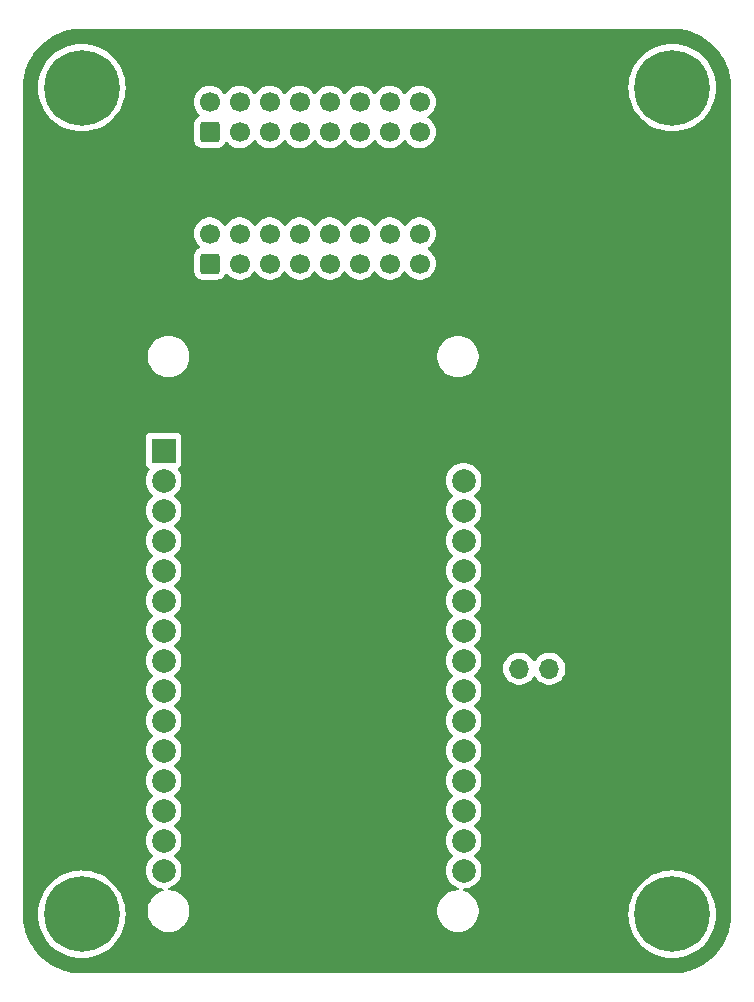
<source format=gbr>
%TF.GenerationSoftware,KiCad,Pcbnew,7.0.1-3b83917a11~172~ubuntu22.04.1*%
%TF.CreationDate,2023-03-21T01:48:29+08:00*%
%TF.ProjectId,PX Martix Board,5058204d-6172-4746-9978-20426f617264,rev?*%
%TF.SameCoordinates,Original*%
%TF.FileFunction,Copper,L2,Inr*%
%TF.FilePolarity,Positive*%
%FSLAX46Y46*%
G04 Gerber Fmt 4.6, Leading zero omitted, Abs format (unit mm)*
G04 Created by KiCad (PCBNEW 7.0.1-3b83917a11~172~ubuntu22.04.1) date 2023-03-21 01:48:29*
%MOMM*%
%LPD*%
G01*
G04 APERTURE LIST*
G04 Aperture macros list*
%AMRoundRect*
0 Rectangle with rounded corners*
0 $1 Rounding radius*
0 $2 $3 $4 $5 $6 $7 $8 $9 X,Y pos of 4 corners*
0 Add a 4 corners polygon primitive as box body*
4,1,4,$2,$3,$4,$5,$6,$7,$8,$9,$2,$3,0*
0 Add four circle primitives for the rounded corners*
1,1,$1+$1,$2,$3*
1,1,$1+$1,$4,$5*
1,1,$1+$1,$6,$7*
1,1,$1+$1,$8,$9*
0 Add four rect primitives between the rounded corners*
20,1,$1+$1,$2,$3,$4,$5,0*
20,1,$1+$1,$4,$5,$6,$7,0*
20,1,$1+$1,$6,$7,$8,$9,0*
20,1,$1+$1,$8,$9,$2,$3,0*%
G04 Aperture macros list end*
%TA.AperFunction,ComponentPad*%
%ADD10R,2.000000X2.000000*%
%TD*%
%TA.AperFunction,ComponentPad*%
%ADD11C,2.000000*%
%TD*%
%TA.AperFunction,ComponentPad*%
%ADD12C,0.800000*%
%TD*%
%TA.AperFunction,ComponentPad*%
%ADD13C,6.400000*%
%TD*%
%TA.AperFunction,ComponentPad*%
%ADD14RoundRect,0.250000X0.600000X-0.600000X0.600000X0.600000X-0.600000X0.600000X-0.600000X-0.600000X0*%
%TD*%
%TA.AperFunction,ComponentPad*%
%ADD15C,1.700000*%
%TD*%
%TA.AperFunction,ComponentPad*%
%ADD16R,1.700000X1.700000*%
%TD*%
%TA.AperFunction,ComponentPad*%
%ADD17O,1.700000X1.700000*%
%TD*%
G04 APERTURE END LIST*
D10*
%TO.N,unconnected-(U1-Pad1)*%
%TO.C,U1*%
X113930000Y-74729472D03*
D11*
%TO.N,GND*%
X113930000Y-77269472D03*
%TO.N,E*%
X113930000Y-79809472D03*
%TO.N,P_OE*%
X113930000Y-82349472D03*
%TO.N,unconnected-(U1-Pad5)*%
X113930000Y-84889472D03*
%TO.N,unconnected-(U1-Pad6)*%
X113930000Y-87429472D03*
%TO.N,unconnected-(U1-Pad7)*%
X113930000Y-89969472D03*
%TO.N,D*%
X113930000Y-92509472D03*
%TO.N,C*%
X113930000Y-95049472D03*
%TO.N,A*%
X113930000Y-97589472D03*
%TO.N,unconnected-(U1-Pad11)*%
X113930000Y-100129472D03*
%TO.N,unconnected-(U1-Pad12)*%
X113930000Y-102669472D03*
%TO.N,unconnected-(U1-Pad13)*%
X113930000Y-105209472D03*
%TO.N,STB{slash}LAT*%
X113930000Y-107749472D03*
%TO.N,B*%
X113930000Y-110289472D03*
%TO.N,unconnected-(U1-Pad16)*%
X139330000Y-110289472D03*
%TO.N,unconnected-(U1-Pad17)*%
X139330000Y-107749472D03*
%TO.N,unconnected-(U1-Pad18)*%
X139330000Y-105209472D03*
%TO.N,unconnected-(U1-Pad19)*%
X139330000Y-102669472D03*
%TO.N,unconnected-(U1-Pad20)*%
X139330000Y-100129472D03*
%TO.N,unconnected-(U1-Pad21)*%
X139330000Y-97589472D03*
%TO.N,unconnected-(U1-Pad22)*%
X139330000Y-95049472D03*
%TO.N,unconnected-(U1-Pad23)*%
X139330000Y-92509472D03*
%TO.N,unconnected-(U1-Pad24)*%
X139330000Y-89969472D03*
%TO.N,unconnected-(U1-Pad25)*%
X139330000Y-87429472D03*
%TO.N,CLK*%
X139330000Y-84889472D03*
%TO.N,unconnected-(U1-Pad27)*%
X139330000Y-82349472D03*
%TO.N,R0_L*%
X139330000Y-79809472D03*
%TO.N,GND*%
X139330000Y-77269472D03*
%TO.N,+5V*%
X139330000Y-74729472D03*
%TD*%
D12*
%TO.N,N/C*%
%TO.C,M3*%
X157000000Y-46400000D03*
X154600000Y-44000000D03*
X158697056Y-45697056D03*
D13*
X157000000Y-44000000D03*
D12*
X155302944Y-45697056D03*
X159400000Y-44000000D03*
X158697056Y-42302944D03*
X157000000Y-41600000D03*
X155302944Y-42302944D03*
%TD*%
D14*
%TO.N,R1_L{slash}R0_R*%
%TO.C,J3*%
X117840000Y-47752500D03*
D15*
%TO.N,G1_L{slash}G0_R*%
X117840000Y-45212500D03*
%TO.N,B1_L{slash}B0_R*%
X120380000Y-47752500D03*
%TO.N,unconnected-(J3-Pad4)*%
X120380000Y-45212500D03*
%TO.N,G0_L{slash}R1_R*%
X122920000Y-47752500D03*
%TO.N,B0_L{slash}G1_R*%
X122920000Y-45212500D03*
%TO.N,unconnected-(J3-Pad7)*%
X125460000Y-47752500D03*
%TO.N,unconnected-(J3-Pad8)*%
X125460000Y-45212500D03*
%TO.N,unconnected-(J3-Pad9)*%
X128000000Y-47752500D03*
%TO.N,unconnected-(J3-Pad10)*%
X128000000Y-45212500D03*
%TO.N,unconnected-(J3-Pad11)*%
X130540000Y-47752500D03*
%TO.N,unconnected-(J3-Pad12)*%
X130540000Y-45212500D03*
%TO.N,unconnected-(J3-Pad13)*%
X133080000Y-47752500D03*
%TO.N,unconnected-(J3-Pad14)*%
X133080000Y-45212500D03*
%TO.N,unconnected-(J3-Pad15)*%
X135620000Y-47752500D03*
%TO.N,unconnected-(J3-Pad16)*%
X135620000Y-45212500D03*
%TD*%
D13*
%TO.N,N/C*%
%TO.C,M3*%
X157000000Y-114000000D03*
D12*
X158697056Y-115697056D03*
X155302944Y-115697056D03*
X157000000Y-116400000D03*
X155302944Y-112302944D03*
X159400000Y-114000000D03*
X154600000Y-114000000D03*
X158697056Y-112302944D03*
X157000000Y-111600000D03*
%TD*%
%TO.N,N/C*%
%TO.C,M3*%
X105302944Y-42302944D03*
X105302944Y-45697056D03*
X109400000Y-44000000D03*
X108697056Y-45697056D03*
X108697056Y-42302944D03*
X107000000Y-46400000D03*
X107000000Y-41600000D03*
D13*
X107000000Y-44000000D03*
D12*
X104600000Y-44000000D03*
%TD*%
D14*
%TO.N,R0_L*%
%TO.C,J2*%
X117840000Y-58896972D03*
D15*
%TO.N,G0_L{slash}R1_R*%
X117840000Y-56356972D03*
%TO.N,B0_L{slash}G1_R*%
X120380000Y-58896972D03*
%TO.N,GND*%
X120380000Y-56356972D03*
%TO.N,R1_L{slash}R0_R*%
X122920000Y-58896972D03*
%TO.N,G1_L{slash}G0_R*%
X122920000Y-56356972D03*
%TO.N,B1_L{slash}B0_R*%
X125460000Y-58896972D03*
%TO.N,E*%
X125460000Y-56356972D03*
%TO.N,A*%
X128000000Y-58896972D03*
%TO.N,B*%
X128000000Y-56356972D03*
%TO.N,C*%
X130540000Y-58896972D03*
%TO.N,D*%
X130540000Y-56356972D03*
%TO.N,CLK*%
X133080000Y-58896972D03*
%TO.N,STB{slash}LAT*%
X133080000Y-56356972D03*
%TO.N,P_OE*%
X135620000Y-58896972D03*
%TO.N,GND*%
X135620000Y-56356972D03*
%TD*%
D16*
%TO.N,+5V*%
%TO.C,J1*%
X151670000Y-93200000D03*
D17*
X149130000Y-93200000D03*
%TO.N,GND*%
X146590000Y-93200000D03*
X144050000Y-93200000D03*
%TD*%
D12*
%TO.N,N/C*%
%TO.C,M3*%
X108697056Y-115697056D03*
X105302944Y-112302944D03*
X105302944Y-115697056D03*
X104600000Y-114000000D03*
X109400000Y-114000000D03*
X107000000Y-116400000D03*
X107000000Y-111600000D03*
D13*
X107000000Y-114000000D03*
D12*
X108697056Y-112302944D03*
%TD*%
%TA.AperFunction,Conductor*%
%TO.N,+5V*%
G36*
X157002610Y-39000608D02*
G01*
X157008781Y-39000863D01*
X157217403Y-39009491D01*
X157413375Y-39018048D01*
X157423423Y-39018893D01*
X157636807Y-39045491D01*
X157834874Y-39071568D01*
X157844273Y-39073170D01*
X158053521Y-39117044D01*
X158054833Y-39117327D01*
X158250312Y-39160664D01*
X158258953Y-39162905D01*
X158463679Y-39223855D01*
X158465355Y-39224369D01*
X158656618Y-39284674D01*
X158664509Y-39287453D01*
X158863268Y-39365008D01*
X158865621Y-39365955D01*
X159050950Y-39442721D01*
X159058044Y-39445921D01*
X159249605Y-39539569D01*
X159252354Y-39540957D01*
X159430373Y-39633627D01*
X159436681Y-39637145D01*
X159619781Y-39746248D01*
X159622957Y-39748205D01*
X159792228Y-39856043D01*
X159797745Y-39859765D01*
X159971164Y-39983585D01*
X159974619Y-39986142D01*
X160133880Y-40108347D01*
X160138610Y-40112162D01*
X160301195Y-40249865D01*
X160304885Y-40253116D01*
X160452875Y-40388723D01*
X160456846Y-40392525D01*
X160607473Y-40543152D01*
X160611275Y-40547123D01*
X160746882Y-40695113D01*
X160750133Y-40698803D01*
X160887836Y-40861388D01*
X160891651Y-40866118D01*
X161013844Y-41025363D01*
X161016426Y-41028851D01*
X161140233Y-41202254D01*
X161143955Y-41207770D01*
X161251776Y-41377014D01*
X161253750Y-41380217D01*
X161362853Y-41563317D01*
X161366375Y-41569633D01*
X161459010Y-41747582D01*
X161460444Y-41750424D01*
X161554071Y-41941941D01*
X161557283Y-41949062D01*
X161634030Y-42134346D01*
X161635002Y-42136762D01*
X161712541Y-42335478D01*
X161715328Y-42343391D01*
X161775583Y-42534493D01*
X161776177Y-42536430D01*
X161837089Y-42741030D01*
X161839340Y-42749711D01*
X161882660Y-42945117D01*
X161882965Y-42946531D01*
X161926827Y-43155721D01*
X161928431Y-43165131D01*
X161954476Y-43362954D01*
X161954586Y-43363816D01*
X161981103Y-43576555D01*
X161981951Y-43586643D01*
X161990513Y-43782727D01*
X161990525Y-43783017D01*
X161999392Y-43997389D01*
X161999500Y-44002596D01*
X161999500Y-113997404D01*
X161999392Y-114002611D01*
X161990525Y-114216982D01*
X161990513Y-114217272D01*
X161981951Y-114413355D01*
X161981103Y-114423443D01*
X161954586Y-114636182D01*
X161954476Y-114637044D01*
X161928431Y-114834867D01*
X161926827Y-114844277D01*
X161882965Y-115053467D01*
X161882660Y-115054881D01*
X161839340Y-115250287D01*
X161837089Y-115258968D01*
X161776177Y-115463568D01*
X161775583Y-115465505D01*
X161715328Y-115656607D01*
X161712541Y-115664520D01*
X161635002Y-115863236D01*
X161634030Y-115865652D01*
X161557283Y-116050936D01*
X161554071Y-116058057D01*
X161460444Y-116249574D01*
X161459010Y-116252416D01*
X161366375Y-116430365D01*
X161362853Y-116436681D01*
X161253750Y-116619781D01*
X161251776Y-116622984D01*
X161143955Y-116792228D01*
X161140233Y-116797744D01*
X161016426Y-116971147D01*
X161013844Y-116974635D01*
X160891651Y-117133880D01*
X160887836Y-117138610D01*
X160750133Y-117301195D01*
X160746882Y-117304885D01*
X160611275Y-117452875D01*
X160607473Y-117456846D01*
X160456846Y-117607473D01*
X160452875Y-117611275D01*
X160304885Y-117746882D01*
X160301195Y-117750133D01*
X160138610Y-117887836D01*
X160133880Y-117891651D01*
X159974635Y-118013844D01*
X159971147Y-118016426D01*
X159797744Y-118140233D01*
X159792228Y-118143955D01*
X159622984Y-118251776D01*
X159619781Y-118253750D01*
X159436681Y-118362853D01*
X159430365Y-118366375D01*
X159252416Y-118459010D01*
X159249574Y-118460444D01*
X159058057Y-118554071D01*
X159050936Y-118557283D01*
X158865652Y-118634030D01*
X158863236Y-118635002D01*
X158664520Y-118712541D01*
X158656607Y-118715328D01*
X158465505Y-118775583D01*
X158463568Y-118776177D01*
X158258968Y-118837089D01*
X158250287Y-118839340D01*
X158054881Y-118882660D01*
X158053467Y-118882965D01*
X157844277Y-118926827D01*
X157834867Y-118928431D01*
X157637044Y-118954476D01*
X157636182Y-118954586D01*
X157423443Y-118981103D01*
X157413354Y-118981951D01*
X157217291Y-118990512D01*
X157217002Y-118990524D01*
X157002611Y-118999392D01*
X156997404Y-118999500D01*
X107002596Y-118999500D01*
X106997389Y-118999392D01*
X106782996Y-118990524D01*
X106782707Y-118990512D01*
X106586644Y-118981951D01*
X106576555Y-118981103D01*
X106363816Y-118954586D01*
X106362954Y-118954476D01*
X106165131Y-118928431D01*
X106155721Y-118926827D01*
X105946531Y-118882965D01*
X105945117Y-118882660D01*
X105749711Y-118839340D01*
X105741030Y-118837089D01*
X105536430Y-118776177D01*
X105534493Y-118775583D01*
X105343391Y-118715328D01*
X105335478Y-118712541D01*
X105136762Y-118635002D01*
X105134346Y-118634030D01*
X104949062Y-118557283D01*
X104941941Y-118554071D01*
X104750424Y-118460444D01*
X104747582Y-118459010D01*
X104569633Y-118366375D01*
X104563317Y-118362853D01*
X104380217Y-118253750D01*
X104377014Y-118251776D01*
X104207770Y-118143955D01*
X104202254Y-118140233D01*
X104028851Y-118016426D01*
X104025363Y-118013844D01*
X103866118Y-117891651D01*
X103861388Y-117887836D01*
X103698803Y-117750133D01*
X103695113Y-117746882D01*
X103547123Y-117611275D01*
X103543152Y-117607473D01*
X103392525Y-117456846D01*
X103388723Y-117452875D01*
X103253116Y-117304885D01*
X103249865Y-117301195D01*
X103112162Y-117138610D01*
X103108347Y-117133880D01*
X102986154Y-116974635D01*
X102983572Y-116971147D01*
X102859765Y-116797744D01*
X102856043Y-116792228D01*
X102835339Y-116759729D01*
X102748205Y-116622957D01*
X102746248Y-116619781D01*
X102637145Y-116436681D01*
X102633623Y-116430365D01*
X102540957Y-116252354D01*
X102539554Y-116249574D01*
X102514380Y-116198080D01*
X102445921Y-116058044D01*
X102442721Y-116050950D01*
X102365955Y-115865621D01*
X102364996Y-115863236D01*
X102287457Y-115664520D01*
X102284670Y-115656607D01*
X102224369Y-115465355D01*
X102223855Y-115463679D01*
X102162905Y-115258953D01*
X102160664Y-115250312D01*
X102117327Y-115054833D01*
X102117033Y-115053467D01*
X102111495Y-115027057D01*
X102073170Y-114844273D01*
X102071567Y-114834867D01*
X102068813Y-114813946D01*
X102045491Y-114636807D01*
X102018893Y-114423423D01*
X102018048Y-114413375D01*
X102009484Y-114217218D01*
X102000608Y-114002611D01*
X102000554Y-114000000D01*
X103286410Y-114000000D01*
X103306753Y-114388170D01*
X103367562Y-114772099D01*
X103468167Y-115147563D01*
X103607467Y-115510451D01*
X103783938Y-115856795D01*
X103995643Y-116182793D01*
X104240270Y-116484881D01*
X104515118Y-116759729D01*
X104515123Y-116759733D01*
X104515124Y-116759734D01*
X104817207Y-117004357D01*
X105143205Y-117216062D01*
X105489547Y-117392532D01*
X105852438Y-117531833D01*
X106227901Y-117632438D01*
X106611824Y-117693246D01*
X107000000Y-117713589D01*
X107388176Y-117693246D01*
X107772099Y-117632438D01*
X108147562Y-117531833D01*
X108510453Y-117392532D01*
X108856795Y-117216062D01*
X109182793Y-117004357D01*
X109484876Y-116759734D01*
X109759734Y-116484876D01*
X110004357Y-116182793D01*
X110216062Y-115856795D01*
X110392532Y-115510453D01*
X110531833Y-115147562D01*
X110632438Y-114772099D01*
X110693246Y-114388176D01*
X110713589Y-114000000D01*
X110693246Y-113611824D01*
X110632438Y-113227901D01*
X110531833Y-112852438D01*
X110392532Y-112489547D01*
X110216062Y-112143206D01*
X110004357Y-111817207D01*
X109759734Y-111515124D01*
X109759733Y-111515123D01*
X109759729Y-111515118D01*
X109484881Y-111240270D01*
X109182793Y-110995643D01*
X108856795Y-110783938D01*
X108510451Y-110607467D01*
X108147563Y-110468167D01*
X107772099Y-110367562D01*
X107388170Y-110306753D01*
X107058427Y-110289472D01*
X112416835Y-110289472D01*
X112435464Y-110526183D01*
X112490895Y-110757066D01*
X112581761Y-110976438D01*
X112705823Y-111178887D01*
X112860030Y-111359441D01*
X113040584Y-111513648D01*
X113243033Y-111637710D01*
X113243035Y-111637710D01*
X113243037Y-111637712D01*
X113462406Y-111728577D01*
X113630410Y-111768911D01*
X113693288Y-111784007D01*
X113745622Y-111788125D01*
X113814619Y-111793556D01*
X113880611Y-111818577D01*
X113922797Y-111875158D01*
X113927941Y-111945547D01*
X113894429Y-112007659D01*
X113840928Y-112037465D01*
X113841374Y-112038602D01*
X113832964Y-112041902D01*
X113832775Y-112042008D01*
X113832585Y-112042051D01*
X113588356Y-112137904D01*
X113361146Y-112269084D01*
X113361143Y-112269086D01*
X113156019Y-112432667D01*
X113017525Y-112581927D01*
X112977563Y-112624997D01*
X112829772Y-112841767D01*
X112715936Y-113078148D01*
X112638605Y-113328853D01*
X112638604Y-113328857D01*
X112599500Y-113588290D01*
X112599500Y-113850654D01*
X112638604Y-114110087D01*
X112638605Y-114110090D01*
X112715936Y-114360795D01*
X112829772Y-114597176D01*
X112977563Y-114813946D01*
X112977565Y-114813948D01*
X112977567Y-114813951D01*
X113156019Y-115006277D01*
X113361143Y-115169858D01*
X113588357Y-115301040D01*
X113832584Y-115396892D01*
X114088370Y-115455274D01*
X114284506Y-115469972D01*
X114415489Y-115469972D01*
X114415494Y-115469972D01*
X114611630Y-115455274D01*
X114867416Y-115396892D01*
X115111643Y-115301040D01*
X115338857Y-115169858D01*
X115543981Y-115006277D01*
X115722433Y-114813951D01*
X115870228Y-114597176D01*
X115984063Y-114360795D01*
X116061396Y-114110087D01*
X116100500Y-113850654D01*
X137109500Y-113850654D01*
X137148604Y-114110087D01*
X137148605Y-114110090D01*
X137225936Y-114360795D01*
X137339772Y-114597176D01*
X137487563Y-114813946D01*
X137487565Y-114813948D01*
X137487567Y-114813951D01*
X137666019Y-115006277D01*
X137871143Y-115169858D01*
X138098357Y-115301040D01*
X138342584Y-115396892D01*
X138598370Y-115455274D01*
X138794506Y-115469972D01*
X138925489Y-115469972D01*
X138925494Y-115469972D01*
X139121630Y-115455274D01*
X139377416Y-115396892D01*
X139621643Y-115301040D01*
X139848857Y-115169858D01*
X140053981Y-115006277D01*
X140232433Y-114813951D01*
X140380228Y-114597176D01*
X140494063Y-114360795D01*
X140571396Y-114110087D01*
X140587989Y-113999999D01*
X153286410Y-113999999D01*
X153306753Y-114388170D01*
X153367562Y-114772099D01*
X153468167Y-115147563D01*
X153607467Y-115510451D01*
X153783938Y-115856795D01*
X153995643Y-116182793D01*
X154240270Y-116484881D01*
X154515118Y-116759729D01*
X154515123Y-116759733D01*
X154515124Y-116759734D01*
X154817207Y-117004357D01*
X155143205Y-117216062D01*
X155489547Y-117392532D01*
X155852438Y-117531833D01*
X156227901Y-117632438D01*
X156611824Y-117693246D01*
X157000000Y-117713589D01*
X157388176Y-117693246D01*
X157772099Y-117632438D01*
X158147562Y-117531833D01*
X158510453Y-117392532D01*
X158856795Y-117216062D01*
X159182793Y-117004357D01*
X159484876Y-116759734D01*
X159759734Y-116484876D01*
X160004357Y-116182793D01*
X160216062Y-115856795D01*
X160392532Y-115510453D01*
X160531833Y-115147562D01*
X160632438Y-114772099D01*
X160693246Y-114388176D01*
X160713589Y-114000000D01*
X160693246Y-113611824D01*
X160632438Y-113227901D01*
X160531833Y-112852438D01*
X160392532Y-112489547D01*
X160216062Y-112143206D01*
X160004357Y-111817207D01*
X159759734Y-111515124D01*
X159759733Y-111515123D01*
X159759729Y-111515118D01*
X159484881Y-111240270D01*
X159182793Y-110995643D01*
X158856795Y-110783938D01*
X158510451Y-110607467D01*
X158147563Y-110468167D01*
X157772099Y-110367562D01*
X157388170Y-110306753D01*
X157000000Y-110286410D01*
X156611829Y-110306753D01*
X156227900Y-110367562D01*
X155852436Y-110468167D01*
X155489548Y-110607467D01*
X155143205Y-110783938D01*
X154817206Y-110995643D01*
X154515118Y-111240270D01*
X154240270Y-111515118D01*
X153995643Y-111817206D01*
X153783938Y-112143205D01*
X153607467Y-112489548D01*
X153468167Y-112852436D01*
X153367562Y-113227900D01*
X153306753Y-113611829D01*
X153286410Y-113999999D01*
X140587989Y-113999999D01*
X140610500Y-113850654D01*
X140610500Y-113588290D01*
X140571396Y-113328857D01*
X140494063Y-113078149D01*
X140380228Y-112841768D01*
X140232433Y-112624993D01*
X140053981Y-112432667D01*
X139848857Y-112269086D01*
X139621643Y-112137904D01*
X139377416Y-112042052D01*
X139377417Y-112042052D01*
X139370858Y-112039478D01*
X139317274Y-111999340D01*
X139291815Y-111937419D01*
X139301670Y-111871197D01*
X139344055Y-111819373D01*
X139407003Y-111796576D01*
X139566711Y-111784007D01*
X139797594Y-111728577D01*
X140016963Y-111637712D01*
X140219416Y-111513648D01*
X140399969Y-111359441D01*
X140554176Y-111178888D01*
X140678240Y-110976435D01*
X140769105Y-110757066D01*
X140824535Y-110526183D01*
X140843165Y-110289472D01*
X140824535Y-110052761D01*
X140769105Y-109821878D01*
X140678240Y-109602509D01*
X140554176Y-109400056D01*
X140399969Y-109219503D01*
X140277942Y-109115282D01*
X140245348Y-109072223D01*
X140233774Y-109019472D01*
X140245348Y-108966721D01*
X140277943Y-108923661D01*
X140277944Y-108923660D01*
X140399969Y-108819441D01*
X140554176Y-108638888D01*
X140678240Y-108436435D01*
X140769105Y-108217066D01*
X140824535Y-107986183D01*
X140843165Y-107749472D01*
X140824535Y-107512761D01*
X140769105Y-107281878D01*
X140678240Y-107062509D01*
X140554176Y-106860056D01*
X140399969Y-106679503D01*
X140277941Y-106575281D01*
X140245347Y-106532222D01*
X140233773Y-106479470D01*
X140245347Y-106426719D01*
X140277938Y-106383665D01*
X140399969Y-106279441D01*
X140554176Y-106098888D01*
X140678240Y-105896435D01*
X140769105Y-105677066D01*
X140824535Y-105446183D01*
X140843165Y-105209472D01*
X140824535Y-104972761D01*
X140769105Y-104741878D01*
X140678240Y-104522509D01*
X140554176Y-104320056D01*
X140399969Y-104139503D01*
X140277941Y-104035281D01*
X140245347Y-103992222D01*
X140233773Y-103939470D01*
X140245347Y-103886719D01*
X140277938Y-103843665D01*
X140399969Y-103739441D01*
X140554176Y-103558888D01*
X140678240Y-103356435D01*
X140769105Y-103137066D01*
X140824535Y-102906183D01*
X140843165Y-102669472D01*
X140824535Y-102432761D01*
X140769105Y-102201878D01*
X140678240Y-101982509D01*
X140554176Y-101780056D01*
X140554175Y-101780055D01*
X140399969Y-101599502D01*
X140277943Y-101495283D01*
X140245347Y-101452223D01*
X140233773Y-101399472D01*
X140245347Y-101346721D01*
X140277943Y-101303661D01*
X140399969Y-101199441D01*
X140399972Y-101199438D01*
X140554176Y-101018888D01*
X140678240Y-100816435D01*
X140769105Y-100597066D01*
X140824535Y-100366183D01*
X140843165Y-100129472D01*
X140824535Y-99892761D01*
X140769105Y-99661878D01*
X140678240Y-99442509D01*
X140554176Y-99240056D01*
X140554175Y-99240055D01*
X140399969Y-99059502D01*
X140277943Y-98955283D01*
X140245347Y-98912223D01*
X140233773Y-98859472D01*
X140245347Y-98806721D01*
X140277943Y-98763661D01*
X140399969Y-98659441D01*
X140399972Y-98659438D01*
X140554176Y-98478888D01*
X140678240Y-98276435D01*
X140769105Y-98057066D01*
X140824535Y-97826183D01*
X140843165Y-97589472D01*
X140824535Y-97352761D01*
X140769105Y-97121878D01*
X140678240Y-96902509D01*
X140554176Y-96700056D01*
X140399969Y-96519503D01*
X140277942Y-96415282D01*
X140245348Y-96372223D01*
X140233774Y-96319472D01*
X140245348Y-96266721D01*
X140277943Y-96223661D01*
X140399969Y-96119441D01*
X140554176Y-95938888D01*
X140678240Y-95736435D01*
X140769105Y-95517066D01*
X140824535Y-95286183D01*
X140843165Y-95049472D01*
X140824535Y-94812761D01*
X140769105Y-94581878D01*
X140678240Y-94362509D01*
X140554176Y-94160056D01*
X140399969Y-93979503D01*
X140277942Y-93875282D01*
X140245348Y-93832223D01*
X140233774Y-93779472D01*
X140245348Y-93726721D01*
X140277943Y-93683661D01*
X140277944Y-93683660D01*
X140399969Y-93579441D01*
X140554176Y-93398888D01*
X140676055Y-93200000D01*
X142686844Y-93200000D01*
X142705436Y-93424368D01*
X142705436Y-93424371D01*
X142705437Y-93424372D01*
X142760702Y-93642611D01*
X142851139Y-93848790D01*
X142974277Y-94037267D01*
X142974278Y-94037268D01*
X143087313Y-94160056D01*
X143126762Y-94202908D01*
X143304421Y-94341187D01*
X143304424Y-94341189D01*
X143502426Y-94448342D01*
X143715365Y-94521444D01*
X143937431Y-94558500D01*
X144162566Y-94558500D01*
X144162569Y-94558500D01*
X144384635Y-94521444D01*
X144597574Y-94448342D01*
X144795576Y-94341189D01*
X144973240Y-94202906D01*
X145125722Y-94037268D01*
X145214518Y-93901354D01*
X145260031Y-93859458D01*
X145320000Y-93844272D01*
X145379969Y-93859458D01*
X145425481Y-93901354D01*
X145514278Y-94037268D01*
X145627313Y-94160056D01*
X145666762Y-94202908D01*
X145844421Y-94341187D01*
X145844424Y-94341189D01*
X146042426Y-94448342D01*
X146255365Y-94521444D01*
X146477431Y-94558500D01*
X146702566Y-94558500D01*
X146702569Y-94558500D01*
X146924635Y-94521444D01*
X147137574Y-94448342D01*
X147335576Y-94341189D01*
X147513240Y-94202906D01*
X147665722Y-94037268D01*
X147788860Y-93848791D01*
X147879296Y-93642616D01*
X147934564Y-93424368D01*
X147953156Y-93200000D01*
X147934564Y-92975632D01*
X147879296Y-92757384D01*
X147788860Y-92551209D01*
X147665722Y-92362732D01*
X147513240Y-92197094D01*
X147513239Y-92197093D01*
X147513237Y-92197091D01*
X147335578Y-92058812D01*
X147137573Y-91951657D01*
X146993427Y-91902172D01*
X146924635Y-91878556D01*
X146702569Y-91841500D01*
X146477431Y-91841500D01*
X146255365Y-91878556D01*
X146255362Y-91878556D01*
X146255362Y-91878557D01*
X146042426Y-91951657D01*
X145844421Y-92058812D01*
X145666762Y-92197091D01*
X145514278Y-92362731D01*
X145425483Y-92498643D01*
X145379969Y-92540541D01*
X145320000Y-92555727D01*
X145260031Y-92540541D01*
X145214517Y-92498643D01*
X145125721Y-92362731D01*
X144973237Y-92197091D01*
X144795578Y-92058812D01*
X144597573Y-91951657D01*
X144453427Y-91902172D01*
X144384635Y-91878556D01*
X144162569Y-91841500D01*
X143937431Y-91841500D01*
X143715365Y-91878556D01*
X143715362Y-91878556D01*
X143715362Y-91878557D01*
X143502426Y-91951657D01*
X143304421Y-92058812D01*
X143126762Y-92197091D01*
X142974278Y-92362731D01*
X142851139Y-92551209D01*
X142760702Y-92757388D01*
X142705437Y-92975627D01*
X142705436Y-92975632D01*
X142686844Y-93200000D01*
X140676055Y-93200000D01*
X140678240Y-93196435D01*
X140769105Y-92977066D01*
X140824535Y-92746183D01*
X140843165Y-92509472D01*
X140824535Y-92272761D01*
X140769105Y-92041878D01*
X140678240Y-91822509D01*
X140554176Y-91620056D01*
X140554175Y-91620055D01*
X140399969Y-91439502D01*
X140277943Y-91335283D01*
X140245347Y-91292223D01*
X140233773Y-91239472D01*
X140245347Y-91186721D01*
X140277943Y-91143661D01*
X140399969Y-91039441D01*
X140399972Y-91039438D01*
X140554176Y-90858888D01*
X140678240Y-90656435D01*
X140769105Y-90437066D01*
X140824535Y-90206183D01*
X140843165Y-89969472D01*
X140824535Y-89732761D01*
X140769105Y-89501878D01*
X140678240Y-89282509D01*
X140554176Y-89080056D01*
X140399969Y-88899502D01*
X140277943Y-88795283D01*
X140245347Y-88752223D01*
X140233773Y-88699472D01*
X140245347Y-88646721D01*
X140277943Y-88603661D01*
X140399969Y-88499441D01*
X140399972Y-88499438D01*
X140554176Y-88318888D01*
X140678240Y-88116435D01*
X140769105Y-87897066D01*
X140824535Y-87666183D01*
X140843165Y-87429472D01*
X140824535Y-87192761D01*
X140769105Y-86961878D01*
X140678240Y-86742509D01*
X140554176Y-86540056D01*
X140399969Y-86359503D01*
X140277942Y-86255282D01*
X140245348Y-86212223D01*
X140233774Y-86159472D01*
X140245348Y-86106721D01*
X140277943Y-86063661D01*
X140399969Y-85959441D01*
X140554176Y-85778888D01*
X140678240Y-85576435D01*
X140769105Y-85357066D01*
X140824535Y-85126183D01*
X140843165Y-84889472D01*
X140824535Y-84652761D01*
X140769105Y-84421878D01*
X140678240Y-84202509D01*
X140554176Y-84000056D01*
X140399969Y-83819502D01*
X140277943Y-83715283D01*
X140245347Y-83672223D01*
X140233773Y-83619472D01*
X140245347Y-83566721D01*
X140277943Y-83523661D01*
X140399969Y-83419441D01*
X140399972Y-83419438D01*
X140554176Y-83238888D01*
X140678240Y-83036435D01*
X140769105Y-82817066D01*
X140824535Y-82586183D01*
X140843165Y-82349472D01*
X140824535Y-82112761D01*
X140769105Y-81881878D01*
X140678240Y-81662509D01*
X140554176Y-81460056D01*
X140399969Y-81279502D01*
X140277943Y-81175283D01*
X140245347Y-81132223D01*
X140233773Y-81079472D01*
X140245347Y-81026721D01*
X140277943Y-80983661D01*
X140399969Y-80879441D01*
X140399972Y-80879438D01*
X140554176Y-80698888D01*
X140678240Y-80496435D01*
X140769105Y-80277066D01*
X140824535Y-80046183D01*
X140843165Y-79809472D01*
X140824535Y-79572761D01*
X140769105Y-79341878D01*
X140678240Y-79122509D01*
X140554176Y-78920056D01*
X140399969Y-78739502D01*
X140277943Y-78635283D01*
X140245347Y-78592223D01*
X140233773Y-78539472D01*
X140245347Y-78486721D01*
X140277943Y-78443661D01*
X140399969Y-78339441D01*
X140399972Y-78339438D01*
X140554176Y-78158888D01*
X140678240Y-77956435D01*
X140769105Y-77737066D01*
X140824535Y-77506183D01*
X140843165Y-77269472D01*
X140824535Y-77032761D01*
X140769105Y-76801878D01*
X140678240Y-76582509D01*
X140554176Y-76380056D01*
X140493443Y-76308947D01*
X140399969Y-76199502D01*
X140219415Y-76045295D01*
X140016966Y-75921233D01*
X139797594Y-75830367D01*
X139566711Y-75774936D01*
X139347269Y-75757666D01*
X139330000Y-75756307D01*
X139329999Y-75756307D01*
X139093288Y-75774936D01*
X138862405Y-75830367D01*
X138643033Y-75921233D01*
X138440584Y-76045295D01*
X138260030Y-76199502D01*
X138105823Y-76380056D01*
X137981761Y-76582505D01*
X137890895Y-76801877D01*
X137835464Y-77032760D01*
X137816835Y-77269471D01*
X137835464Y-77506183D01*
X137890895Y-77737066D01*
X137981761Y-77956438D01*
X138105823Y-78158887D01*
X138105824Y-78158888D01*
X138260031Y-78339441D01*
X138382057Y-78443661D01*
X138414652Y-78486721D01*
X138426226Y-78539472D01*
X138414652Y-78592223D01*
X138382057Y-78635283D01*
X138260028Y-78739505D01*
X138105823Y-78920056D01*
X137981761Y-79122505D01*
X137890895Y-79341877D01*
X137835464Y-79572760D01*
X137816835Y-79809472D01*
X137835464Y-80046183D01*
X137890895Y-80277066D01*
X137981761Y-80496438D01*
X138105823Y-80698887D01*
X138105824Y-80698888D01*
X138260031Y-80879441D01*
X138382057Y-80983661D01*
X138414652Y-81026721D01*
X138426226Y-81079472D01*
X138414652Y-81132223D01*
X138382057Y-81175283D01*
X138260028Y-81279505D01*
X138105823Y-81460056D01*
X137981761Y-81662505D01*
X137890895Y-81881877D01*
X137835464Y-82112760D01*
X137816835Y-82349471D01*
X137835464Y-82586183D01*
X137890895Y-82817066D01*
X137981761Y-83036438D01*
X138105823Y-83238887D01*
X138105824Y-83238888D01*
X138260031Y-83419441D01*
X138382057Y-83523661D01*
X138414652Y-83566721D01*
X138426226Y-83619472D01*
X138414652Y-83672223D01*
X138382057Y-83715283D01*
X138260028Y-83819505D01*
X138105823Y-84000056D01*
X137981761Y-84202505D01*
X137890895Y-84421877D01*
X137835464Y-84652760D01*
X137816835Y-84889471D01*
X137835464Y-85126183D01*
X137890895Y-85357066D01*
X137981761Y-85576438D01*
X138105823Y-85778887D01*
X138105824Y-85778888D01*
X138260031Y-85959441D01*
X138382057Y-86063661D01*
X138414652Y-86106721D01*
X138426226Y-86159472D01*
X138414652Y-86212223D01*
X138382057Y-86255283D01*
X138260028Y-86359505D01*
X138105823Y-86540056D01*
X137981761Y-86742505D01*
X137890895Y-86961877D01*
X137835464Y-87192760D01*
X137816835Y-87429471D01*
X137835464Y-87666183D01*
X137890895Y-87897066D01*
X137981761Y-88116438D01*
X138105823Y-88318887D01*
X138105824Y-88318888D01*
X138260031Y-88499441D01*
X138382057Y-88603661D01*
X138414652Y-88646721D01*
X138426226Y-88699472D01*
X138414652Y-88752223D01*
X138382057Y-88795283D01*
X138260028Y-88899505D01*
X138105823Y-89080056D01*
X137981761Y-89282505D01*
X137890895Y-89501877D01*
X137835464Y-89732760D01*
X137816835Y-89969471D01*
X137835464Y-90206183D01*
X137890895Y-90437066D01*
X137981761Y-90656438D01*
X138105823Y-90858887D01*
X138105824Y-90858888D01*
X138260031Y-91039441D01*
X138382057Y-91143661D01*
X138414652Y-91186721D01*
X138426226Y-91239472D01*
X138414652Y-91292223D01*
X138382057Y-91335283D01*
X138260028Y-91439505D01*
X138105823Y-91620056D01*
X137981761Y-91822505D01*
X137890895Y-92041877D01*
X137835464Y-92272760D01*
X137816835Y-92509471D01*
X137835464Y-92746183D01*
X137890895Y-92977066D01*
X137981761Y-93196438D01*
X138105823Y-93398887D01*
X138105824Y-93398888D01*
X138260031Y-93579441D01*
X138382056Y-93683660D01*
X138382057Y-93683661D01*
X138414652Y-93726721D01*
X138426226Y-93779472D01*
X138414652Y-93832223D01*
X138382057Y-93875283D01*
X138260028Y-93979505D01*
X138105823Y-94160056D01*
X137981761Y-94362505D01*
X137890895Y-94581877D01*
X137835464Y-94812760D01*
X137816835Y-95049472D01*
X137835464Y-95286183D01*
X137890895Y-95517066D01*
X137981761Y-95736438D01*
X138105823Y-95938887D01*
X138105824Y-95938888D01*
X138260031Y-96119441D01*
X138382057Y-96223661D01*
X138414652Y-96266721D01*
X138426226Y-96319472D01*
X138414652Y-96372223D01*
X138382057Y-96415283D01*
X138260028Y-96519505D01*
X138105823Y-96700056D01*
X137981761Y-96902505D01*
X137890895Y-97121877D01*
X137835464Y-97352760D01*
X137816835Y-97589472D01*
X137835464Y-97826183D01*
X137890895Y-98057066D01*
X137981761Y-98276438D01*
X138105823Y-98478887D01*
X138105824Y-98478888D01*
X138260031Y-98659441D01*
X138382057Y-98763661D01*
X138414652Y-98806721D01*
X138426226Y-98859472D01*
X138414652Y-98912223D01*
X138382057Y-98955283D01*
X138260028Y-99059505D01*
X138105823Y-99240056D01*
X137981761Y-99442505D01*
X137890895Y-99661877D01*
X137835464Y-99892760D01*
X137816835Y-100129472D01*
X137835464Y-100366183D01*
X137890895Y-100597066D01*
X137981761Y-100816438D01*
X138105823Y-101018887D01*
X138105824Y-101018888D01*
X138260031Y-101199441D01*
X138382057Y-101303661D01*
X138414652Y-101346721D01*
X138426226Y-101399472D01*
X138414652Y-101452223D01*
X138382057Y-101495283D01*
X138260028Y-101599505D01*
X138105823Y-101780056D01*
X137981761Y-101982505D01*
X137890895Y-102201877D01*
X137835464Y-102432760D01*
X137816835Y-102669472D01*
X137835464Y-102906183D01*
X137890895Y-103137066D01*
X137981761Y-103356438D01*
X138105823Y-103558887D01*
X138260027Y-103739437D01*
X138260031Y-103739441D01*
X138382057Y-103843661D01*
X138414652Y-103886721D01*
X138426226Y-103939472D01*
X138414652Y-103992223D01*
X138382057Y-104035283D01*
X138260028Y-104139505D01*
X138105823Y-104320056D01*
X137981761Y-104522505D01*
X137890895Y-104741877D01*
X137835464Y-104972760D01*
X137816835Y-105209472D01*
X137835464Y-105446183D01*
X137890895Y-105677066D01*
X137981761Y-105896438D01*
X138105823Y-106098887D01*
X138260030Y-106279441D01*
X138349518Y-106355870D01*
X138382054Y-106383659D01*
X138382056Y-106383660D01*
X138414652Y-106426719D01*
X138426226Y-106479470D01*
X138414652Y-106532222D01*
X138382057Y-106575282D01*
X138260028Y-106679505D01*
X138105823Y-106860056D01*
X137981761Y-107062505D01*
X137890895Y-107281877D01*
X137835464Y-107512760D01*
X137816835Y-107749472D01*
X137835464Y-107986183D01*
X137890895Y-108217066D01*
X137981761Y-108436438D01*
X138105823Y-108638887D01*
X138260030Y-108819441D01*
X138382056Y-108923660D01*
X138414652Y-108966719D01*
X138426226Y-109019470D01*
X138414652Y-109072222D01*
X138382057Y-109115282D01*
X138260028Y-109219505D01*
X138105823Y-109400056D01*
X137981761Y-109602505D01*
X137890895Y-109821877D01*
X137835464Y-110052760D01*
X137816835Y-110289472D01*
X137835464Y-110526183D01*
X137890895Y-110757066D01*
X137981761Y-110976438D01*
X138105823Y-111178887D01*
X138260030Y-111359441D01*
X138440584Y-111513648D01*
X138643033Y-111637710D01*
X138643035Y-111637710D01*
X138643037Y-111637712D01*
X138857544Y-111726563D01*
X138911262Y-111768911D01*
X138934938Y-111833086D01*
X138921593Y-111900175D01*
X138875161Y-111950405D01*
X138809326Y-111968972D01*
X138794506Y-111968972D01*
X138654408Y-111979470D01*
X138598368Y-111983670D01*
X138342582Y-112042052D01*
X138098356Y-112137904D01*
X137871146Y-112269084D01*
X137871143Y-112269086D01*
X137666019Y-112432667D01*
X137527525Y-112581927D01*
X137487563Y-112624997D01*
X137339772Y-112841767D01*
X137225936Y-113078148D01*
X137148605Y-113328853D01*
X137148604Y-113328857D01*
X137109500Y-113588290D01*
X137109500Y-113850654D01*
X116100500Y-113850654D01*
X116100500Y-113588290D01*
X116061396Y-113328857D01*
X115984063Y-113078149D01*
X115870228Y-112841768D01*
X115722433Y-112624993D01*
X115543981Y-112432667D01*
X115338857Y-112269086D01*
X115111643Y-112137904D01*
X115111642Y-112137903D01*
X114867417Y-112042052D01*
X114611630Y-111983670D01*
X114436589Y-111970552D01*
X114373864Y-111948208D01*
X114331286Y-111897013D01*
X114320746Y-111831266D01*
X114345189Y-111769327D01*
X114397786Y-111728497D01*
X114616963Y-111637712D01*
X114819416Y-111513648D01*
X114999969Y-111359441D01*
X115154176Y-111178888D01*
X115278240Y-110976435D01*
X115369105Y-110757066D01*
X115424535Y-110526183D01*
X115443165Y-110289472D01*
X115424535Y-110052761D01*
X115369105Y-109821878D01*
X115278240Y-109602509D01*
X115154176Y-109400056D01*
X114999969Y-109219503D01*
X114877942Y-109115282D01*
X114845348Y-109072223D01*
X114833774Y-109019472D01*
X114845348Y-108966721D01*
X114877943Y-108923661D01*
X114877944Y-108923660D01*
X114999969Y-108819441D01*
X115154176Y-108638888D01*
X115278240Y-108436435D01*
X115369105Y-108217066D01*
X115424535Y-107986183D01*
X115443165Y-107749472D01*
X115424535Y-107512761D01*
X115369105Y-107281878D01*
X115278240Y-107062509D01*
X115154176Y-106860056D01*
X114999969Y-106679503D01*
X114877941Y-106575281D01*
X114845347Y-106532222D01*
X114833773Y-106479470D01*
X114845347Y-106426719D01*
X114877938Y-106383665D01*
X114999969Y-106279441D01*
X115154176Y-106098888D01*
X115278240Y-105896435D01*
X115369105Y-105677066D01*
X115424535Y-105446183D01*
X115443165Y-105209472D01*
X115424535Y-104972761D01*
X115369105Y-104741878D01*
X115278240Y-104522509D01*
X115154176Y-104320056D01*
X114999969Y-104139503D01*
X114877941Y-104035281D01*
X114845347Y-103992222D01*
X114833773Y-103939470D01*
X114845347Y-103886719D01*
X114877938Y-103843665D01*
X114999969Y-103739441D01*
X115154176Y-103558888D01*
X115278240Y-103356435D01*
X115369105Y-103137066D01*
X115424535Y-102906183D01*
X115443165Y-102669472D01*
X115424535Y-102432761D01*
X115369105Y-102201878D01*
X115278240Y-101982509D01*
X115154176Y-101780056D01*
X115154175Y-101780055D01*
X114999969Y-101599502D01*
X114877943Y-101495283D01*
X114845347Y-101452223D01*
X114833773Y-101399472D01*
X114845347Y-101346721D01*
X114877943Y-101303661D01*
X114999969Y-101199441D01*
X114999972Y-101199438D01*
X115154176Y-101018888D01*
X115278240Y-100816435D01*
X115369105Y-100597066D01*
X115424535Y-100366183D01*
X115443165Y-100129472D01*
X115424535Y-99892761D01*
X115369105Y-99661878D01*
X115278240Y-99442509D01*
X115154176Y-99240056D01*
X115154175Y-99240055D01*
X114999969Y-99059502D01*
X114877943Y-98955283D01*
X114845347Y-98912223D01*
X114833773Y-98859472D01*
X114845347Y-98806721D01*
X114877943Y-98763661D01*
X114999969Y-98659441D01*
X114999972Y-98659438D01*
X115154176Y-98478888D01*
X115278240Y-98276435D01*
X115369105Y-98057066D01*
X115424535Y-97826183D01*
X115443165Y-97589472D01*
X115424535Y-97352761D01*
X115369105Y-97121878D01*
X115278240Y-96902509D01*
X115154176Y-96700056D01*
X114999969Y-96519503D01*
X114877942Y-96415282D01*
X114845348Y-96372223D01*
X114833774Y-96319472D01*
X114845348Y-96266721D01*
X114877943Y-96223661D01*
X114999969Y-96119441D01*
X115154176Y-95938888D01*
X115278240Y-95736435D01*
X115369105Y-95517066D01*
X115424535Y-95286183D01*
X115443165Y-95049472D01*
X115424535Y-94812761D01*
X115369105Y-94581878D01*
X115278240Y-94362509D01*
X115154176Y-94160056D01*
X114999969Y-93979503D01*
X114877942Y-93875282D01*
X114845348Y-93832223D01*
X114833774Y-93779472D01*
X114845348Y-93726721D01*
X114877943Y-93683661D01*
X114877944Y-93683660D01*
X114999969Y-93579441D01*
X115154176Y-93398888D01*
X115278240Y-93196435D01*
X115369105Y-92977066D01*
X115424535Y-92746183D01*
X115443165Y-92509472D01*
X115424535Y-92272761D01*
X115369105Y-92041878D01*
X115278240Y-91822509D01*
X115154176Y-91620056D01*
X115154175Y-91620055D01*
X114999969Y-91439502D01*
X114877943Y-91335283D01*
X114845347Y-91292223D01*
X114833773Y-91239472D01*
X114845347Y-91186721D01*
X114877943Y-91143661D01*
X114999969Y-91039441D01*
X114999972Y-91039438D01*
X115154176Y-90858888D01*
X115278240Y-90656435D01*
X115369105Y-90437066D01*
X115424535Y-90206183D01*
X115443165Y-89969472D01*
X115424535Y-89732761D01*
X115369105Y-89501878D01*
X115278240Y-89282509D01*
X115154176Y-89080056D01*
X114999969Y-88899502D01*
X114877943Y-88795283D01*
X114845347Y-88752223D01*
X114833773Y-88699472D01*
X114845347Y-88646721D01*
X114877943Y-88603661D01*
X114999969Y-88499441D01*
X114999972Y-88499438D01*
X115154176Y-88318888D01*
X115278240Y-88116435D01*
X115369105Y-87897066D01*
X115424535Y-87666183D01*
X115443165Y-87429472D01*
X115424535Y-87192761D01*
X115369105Y-86961878D01*
X115278240Y-86742509D01*
X115154176Y-86540056D01*
X115154175Y-86540055D01*
X114999969Y-86359502D01*
X114877943Y-86255283D01*
X114845347Y-86212223D01*
X114833773Y-86159472D01*
X114845347Y-86106721D01*
X114877943Y-86063661D01*
X114999969Y-85959441D01*
X114999972Y-85959438D01*
X115154176Y-85778888D01*
X115278240Y-85576435D01*
X115369105Y-85357066D01*
X115424535Y-85126183D01*
X115443165Y-84889472D01*
X115424535Y-84652761D01*
X115369105Y-84421878D01*
X115278240Y-84202509D01*
X115154176Y-84000056D01*
X114999969Y-83819502D01*
X114877943Y-83715283D01*
X114845347Y-83672223D01*
X114833773Y-83619472D01*
X114845347Y-83566721D01*
X114877943Y-83523661D01*
X114999969Y-83419441D01*
X114999972Y-83419438D01*
X115154176Y-83238888D01*
X115278240Y-83036435D01*
X115369105Y-82817066D01*
X115424535Y-82586183D01*
X115443165Y-82349472D01*
X115424535Y-82112761D01*
X115369105Y-81881878D01*
X115278240Y-81662509D01*
X115154176Y-81460056D01*
X114999969Y-81279502D01*
X114877943Y-81175283D01*
X114845347Y-81132223D01*
X114833773Y-81079472D01*
X114845347Y-81026721D01*
X114877943Y-80983661D01*
X114999969Y-80879441D01*
X114999972Y-80879438D01*
X115154176Y-80698888D01*
X115278240Y-80496435D01*
X115369105Y-80277066D01*
X115424535Y-80046183D01*
X115443165Y-79809472D01*
X115424535Y-79572761D01*
X115369105Y-79341878D01*
X115278240Y-79122509D01*
X115154176Y-78920056D01*
X114999969Y-78739502D01*
X114877943Y-78635283D01*
X114845347Y-78592223D01*
X114833773Y-78539472D01*
X114845347Y-78486721D01*
X114877943Y-78443661D01*
X114999969Y-78339441D01*
X114999972Y-78339438D01*
X115154176Y-78158888D01*
X115278240Y-77956435D01*
X115369105Y-77737066D01*
X115424535Y-77506183D01*
X115443165Y-77269472D01*
X115424535Y-77032761D01*
X115369105Y-76801878D01*
X115278240Y-76582509D01*
X115154176Y-76380056D01*
X115145993Y-76370475D01*
X115117452Y-76308949D01*
X115124942Y-76241538D01*
X115166296Y-76187778D01*
X115293261Y-76092733D01*
X115380888Y-75975677D01*
X115380887Y-75975677D01*
X115380889Y-75975676D01*
X115431989Y-75838673D01*
X115438500Y-75778110D01*
X115438500Y-73680834D01*
X115431989Y-73620271D01*
X115380889Y-73483268D01*
X115380888Y-73483266D01*
X115293261Y-73366210D01*
X115176205Y-73278583D01*
X115107702Y-73253032D01*
X115039201Y-73227483D01*
X114978638Y-73220972D01*
X112881362Y-73220972D01*
X112820799Y-73227483D01*
X112683794Y-73278583D01*
X112566738Y-73366210D01*
X112479111Y-73483266D01*
X112428011Y-73620271D01*
X112421500Y-73680834D01*
X112421500Y-75778110D01*
X112428011Y-75838672D01*
X112479111Y-75975677D01*
X112566738Y-76092733D01*
X112693703Y-76187778D01*
X112735056Y-76241537D01*
X112742548Y-76308947D01*
X112714008Y-76370474D01*
X112705821Y-76380059D01*
X112581761Y-76582505D01*
X112490895Y-76801877D01*
X112435464Y-77032760D01*
X112416835Y-77269471D01*
X112435464Y-77506183D01*
X112490895Y-77737066D01*
X112581761Y-77956438D01*
X112705823Y-78158887D01*
X112705824Y-78158888D01*
X112860031Y-78339441D01*
X112982057Y-78443661D01*
X113014652Y-78486721D01*
X113026226Y-78539472D01*
X113014652Y-78592223D01*
X112982057Y-78635283D01*
X112860028Y-78739505D01*
X112705823Y-78920056D01*
X112581761Y-79122505D01*
X112490895Y-79341877D01*
X112435464Y-79572760D01*
X112416835Y-79809472D01*
X112435464Y-80046183D01*
X112490895Y-80277066D01*
X112581761Y-80496438D01*
X112705823Y-80698887D01*
X112705824Y-80698888D01*
X112860031Y-80879441D01*
X112982057Y-80983661D01*
X113014652Y-81026721D01*
X113026226Y-81079472D01*
X113014652Y-81132223D01*
X112982057Y-81175283D01*
X112860028Y-81279505D01*
X112705823Y-81460056D01*
X112581761Y-81662505D01*
X112490895Y-81881877D01*
X112435464Y-82112760D01*
X112416835Y-82349471D01*
X112435464Y-82586183D01*
X112490895Y-82817066D01*
X112581761Y-83036438D01*
X112705823Y-83238887D01*
X112705824Y-83238888D01*
X112860031Y-83419441D01*
X112982057Y-83523661D01*
X113014652Y-83566721D01*
X113026226Y-83619472D01*
X113014652Y-83672223D01*
X112982057Y-83715283D01*
X112860028Y-83819505D01*
X112705823Y-84000056D01*
X112581761Y-84202505D01*
X112490895Y-84421877D01*
X112435464Y-84652760D01*
X112416835Y-84889472D01*
X112435464Y-85126183D01*
X112490895Y-85357066D01*
X112581761Y-85576438D01*
X112705823Y-85778887D01*
X112705824Y-85778888D01*
X112860031Y-85959441D01*
X112982057Y-86063661D01*
X113014652Y-86106721D01*
X113026226Y-86159472D01*
X113014652Y-86212223D01*
X112982057Y-86255283D01*
X112860028Y-86359505D01*
X112705823Y-86540056D01*
X112581761Y-86742505D01*
X112490895Y-86961877D01*
X112435464Y-87192760D01*
X112416835Y-87429472D01*
X112435464Y-87666183D01*
X112490895Y-87897066D01*
X112581761Y-88116438D01*
X112705823Y-88318887D01*
X112705824Y-88318888D01*
X112860031Y-88499441D01*
X112982057Y-88603661D01*
X113014652Y-88646721D01*
X113026226Y-88699472D01*
X113014652Y-88752223D01*
X112982057Y-88795283D01*
X112860028Y-88899505D01*
X112705823Y-89080056D01*
X112581761Y-89282505D01*
X112490895Y-89501877D01*
X112435464Y-89732760D01*
X112416835Y-89969472D01*
X112435464Y-90206183D01*
X112490895Y-90437066D01*
X112581761Y-90656438D01*
X112705823Y-90858887D01*
X112705824Y-90858888D01*
X112860031Y-91039441D01*
X112982057Y-91143661D01*
X113014652Y-91186721D01*
X113026226Y-91239472D01*
X113014652Y-91292223D01*
X112982057Y-91335283D01*
X112860028Y-91439505D01*
X112705823Y-91620056D01*
X112581761Y-91822505D01*
X112490895Y-92041877D01*
X112435464Y-92272760D01*
X112416835Y-92509471D01*
X112435464Y-92746183D01*
X112490895Y-92977066D01*
X112581761Y-93196438D01*
X112705823Y-93398887D01*
X112860030Y-93579441D01*
X112982056Y-93683660D01*
X113014652Y-93726719D01*
X113026226Y-93779470D01*
X113014652Y-93832222D01*
X112982057Y-93875282D01*
X112860028Y-93979505D01*
X112705823Y-94160056D01*
X112581761Y-94362505D01*
X112490895Y-94581877D01*
X112435464Y-94812760D01*
X112416835Y-95049471D01*
X112435464Y-95286183D01*
X112490895Y-95517066D01*
X112581761Y-95736438D01*
X112705823Y-95938887D01*
X112705824Y-95938888D01*
X112860031Y-96119441D01*
X112982057Y-96223661D01*
X113014652Y-96266721D01*
X113026226Y-96319472D01*
X113014652Y-96372223D01*
X112982057Y-96415283D01*
X112860028Y-96519505D01*
X112705823Y-96700056D01*
X112581761Y-96902505D01*
X112490895Y-97121877D01*
X112435464Y-97352760D01*
X112416835Y-97589471D01*
X112435464Y-97826183D01*
X112490895Y-98057066D01*
X112581761Y-98276438D01*
X112705823Y-98478887D01*
X112705824Y-98478888D01*
X112860031Y-98659441D01*
X112982057Y-98763661D01*
X113014652Y-98806721D01*
X113026226Y-98859472D01*
X113014652Y-98912223D01*
X112982057Y-98955283D01*
X112860028Y-99059505D01*
X112705823Y-99240056D01*
X112581761Y-99442505D01*
X112490895Y-99661877D01*
X112435464Y-99892760D01*
X112416835Y-100129472D01*
X112435464Y-100366183D01*
X112490895Y-100597066D01*
X112581761Y-100816438D01*
X112705823Y-101018887D01*
X112705824Y-101018888D01*
X112860031Y-101199441D01*
X112982057Y-101303661D01*
X113014652Y-101346721D01*
X113026226Y-101399472D01*
X113014652Y-101452223D01*
X112982057Y-101495283D01*
X112860028Y-101599505D01*
X112705823Y-101780056D01*
X112581761Y-101982505D01*
X112490895Y-102201877D01*
X112435464Y-102432760D01*
X112416835Y-102669471D01*
X112435464Y-102906183D01*
X112490895Y-103137066D01*
X112581761Y-103356438D01*
X112705823Y-103558887D01*
X112860027Y-103739437D01*
X112860031Y-103739441D01*
X112982057Y-103843661D01*
X113014652Y-103886721D01*
X113026226Y-103939472D01*
X113014652Y-103992223D01*
X112982057Y-104035283D01*
X112860028Y-104139505D01*
X112705823Y-104320056D01*
X112581761Y-104522505D01*
X112490895Y-104741877D01*
X112435464Y-104972760D01*
X112416835Y-105209472D01*
X112435464Y-105446183D01*
X112490895Y-105677066D01*
X112581761Y-105896438D01*
X112705823Y-106098887D01*
X112860030Y-106279441D01*
X112949518Y-106355870D01*
X112982054Y-106383659D01*
X112982056Y-106383660D01*
X113014652Y-106426719D01*
X113026226Y-106479470D01*
X113014652Y-106532222D01*
X112982057Y-106575282D01*
X112860028Y-106679505D01*
X112705823Y-106860056D01*
X112581761Y-107062505D01*
X112490895Y-107281877D01*
X112435464Y-107512760D01*
X112416835Y-107749472D01*
X112435464Y-107986183D01*
X112490895Y-108217066D01*
X112581761Y-108436438D01*
X112705823Y-108638887D01*
X112860030Y-108819441D01*
X112982056Y-108923660D01*
X113014652Y-108966719D01*
X113026226Y-109019470D01*
X113014652Y-109072222D01*
X112982057Y-109115282D01*
X112860028Y-109219505D01*
X112705823Y-109400056D01*
X112581761Y-109602505D01*
X112490895Y-109821877D01*
X112435464Y-110052760D01*
X112416835Y-110289472D01*
X107058427Y-110289472D01*
X107000000Y-110286410D01*
X106611829Y-110306753D01*
X106227900Y-110367562D01*
X105852436Y-110468167D01*
X105489548Y-110607467D01*
X105143205Y-110783938D01*
X104817206Y-110995643D01*
X104515118Y-111240270D01*
X104240270Y-111515118D01*
X103995643Y-111817206D01*
X103783938Y-112143205D01*
X103607467Y-112489548D01*
X103468167Y-112852436D01*
X103367562Y-113227900D01*
X103306753Y-113611829D01*
X103286410Y-114000000D01*
X102000554Y-114000000D01*
X102000500Y-113997404D01*
X102000500Y-66900654D01*
X112599500Y-66900654D01*
X112638604Y-67160087D01*
X112638605Y-67160090D01*
X112715936Y-67410795D01*
X112829772Y-67647176D01*
X112977563Y-67863946D01*
X112977565Y-67863948D01*
X112977567Y-67863951D01*
X113156019Y-68056277D01*
X113361143Y-68219858D01*
X113588357Y-68351040D01*
X113832584Y-68446892D01*
X114088370Y-68505274D01*
X114284506Y-68519972D01*
X114415489Y-68519972D01*
X114415494Y-68519972D01*
X114611630Y-68505274D01*
X114867416Y-68446892D01*
X115111643Y-68351040D01*
X115338857Y-68219858D01*
X115543981Y-68056277D01*
X115722433Y-67863951D01*
X115870228Y-67647176D01*
X115984063Y-67410795D01*
X116061396Y-67160087D01*
X116100500Y-66900654D01*
X137109500Y-66900654D01*
X137148604Y-67160087D01*
X137148605Y-67160090D01*
X137225936Y-67410795D01*
X137339772Y-67647176D01*
X137487563Y-67863946D01*
X137487565Y-67863948D01*
X137487567Y-67863951D01*
X137666019Y-68056277D01*
X137871143Y-68219858D01*
X138098357Y-68351040D01*
X138342584Y-68446892D01*
X138598370Y-68505274D01*
X138794506Y-68519972D01*
X138925489Y-68519972D01*
X138925494Y-68519972D01*
X139121630Y-68505274D01*
X139377416Y-68446892D01*
X139621643Y-68351040D01*
X139848857Y-68219858D01*
X140053981Y-68056277D01*
X140232433Y-67863951D01*
X140380228Y-67647176D01*
X140494063Y-67410795D01*
X140571396Y-67160087D01*
X140610500Y-66900654D01*
X140610500Y-66638290D01*
X140571396Y-66378857D01*
X140494063Y-66128149D01*
X140380228Y-65891768D01*
X140232433Y-65674993D01*
X140053981Y-65482667D01*
X139848857Y-65319086D01*
X139621643Y-65187904D01*
X139621642Y-65187903D01*
X139377417Y-65092052D01*
X139121631Y-65033670D01*
X139088940Y-65031220D01*
X138925494Y-65018972D01*
X138794506Y-65018972D01*
X138654408Y-65029470D01*
X138598368Y-65033670D01*
X138342582Y-65092052D01*
X138098356Y-65187904D01*
X137871146Y-65319084D01*
X137871143Y-65319086D01*
X137666019Y-65482667D01*
X137527525Y-65631927D01*
X137487563Y-65674997D01*
X137339772Y-65891767D01*
X137225936Y-66128148D01*
X137148605Y-66378853D01*
X137148604Y-66378857D01*
X137109500Y-66638290D01*
X137109500Y-66900654D01*
X116100500Y-66900654D01*
X116100500Y-66638290D01*
X116061396Y-66378857D01*
X115984063Y-66128149D01*
X115870228Y-65891768D01*
X115722433Y-65674993D01*
X115543981Y-65482667D01*
X115338857Y-65319086D01*
X115111643Y-65187904D01*
X115111642Y-65187903D01*
X114867417Y-65092052D01*
X114611631Y-65033670D01*
X114578940Y-65031220D01*
X114415494Y-65018972D01*
X114284506Y-65018972D01*
X114144408Y-65029470D01*
X114088368Y-65033670D01*
X113832582Y-65092052D01*
X113588356Y-65187904D01*
X113361146Y-65319084D01*
X113361143Y-65319086D01*
X113156019Y-65482667D01*
X113017525Y-65631927D01*
X112977563Y-65674997D01*
X112829772Y-65891767D01*
X112715936Y-66128148D01*
X112638605Y-66378853D01*
X112638604Y-66378857D01*
X112599500Y-66638290D01*
X112599500Y-66900654D01*
X102000500Y-66900654D01*
X102000500Y-56356972D01*
X116476844Y-56356972D01*
X116495436Y-56581340D01*
X116495436Y-56581343D01*
X116495437Y-56581344D01*
X116550702Y-56799583D01*
X116641139Y-57005762D01*
X116641140Y-57005763D01*
X116764278Y-57194240D01*
X116916760Y-57359878D01*
X116951564Y-57386967D01*
X116991674Y-57440910D01*
X116998341Y-57507801D01*
X116969665Y-57568600D01*
X116928997Y-57595830D01*
X116929797Y-57597126D01*
X116917264Y-57604856D01*
X116917262Y-57604857D01*
X116846295Y-57648630D01*
X116766344Y-57697944D01*
X116640972Y-57823316D01*
X116640970Y-57823320D01*
X116547885Y-57974234D01*
X116519564Y-58059703D01*
X116492113Y-58142546D01*
X116481500Y-58246431D01*
X116481500Y-59547512D01*
X116492112Y-59651397D01*
X116492113Y-59651398D01*
X116547885Y-59819710D01*
X116597335Y-59899880D01*
X116640972Y-59970627D01*
X116766344Y-60095999D01*
X116766346Y-60096000D01*
X116766348Y-60096002D01*
X116917262Y-60189087D01*
X117085574Y-60244859D01*
X117189455Y-60255472D01*
X118490544Y-60255471D01*
X118594426Y-60244859D01*
X118762738Y-60189087D01*
X118913652Y-60096002D01*
X119039030Y-59970624D01*
X119132115Y-59819710D01*
X119132115Y-59819707D01*
X119139846Y-59807175D01*
X119140835Y-59807785D01*
X119166619Y-59768398D01*
X119224262Y-59738989D01*
X119288900Y-59742070D01*
X119343482Y-59776827D01*
X119456760Y-59899878D01*
X119456762Y-59899880D01*
X119547653Y-59970624D01*
X119634424Y-60038161D01*
X119832426Y-60145314D01*
X120045365Y-60218416D01*
X120267431Y-60255472D01*
X120492566Y-60255472D01*
X120492569Y-60255472D01*
X120714635Y-60218416D01*
X120927574Y-60145314D01*
X121125576Y-60038161D01*
X121303240Y-59899878D01*
X121455722Y-59734240D01*
X121544518Y-59598326D01*
X121590031Y-59556430D01*
X121650000Y-59541244D01*
X121709969Y-59556430D01*
X121755481Y-59598326D01*
X121844278Y-59734240D01*
X121922959Y-59819710D01*
X121996762Y-59899880D01*
X122087653Y-59970624D01*
X122174424Y-60038161D01*
X122372426Y-60145314D01*
X122585365Y-60218416D01*
X122807431Y-60255472D01*
X123032566Y-60255472D01*
X123032569Y-60255472D01*
X123254635Y-60218416D01*
X123467574Y-60145314D01*
X123665576Y-60038161D01*
X123843240Y-59899878D01*
X123995722Y-59734240D01*
X124084518Y-59598326D01*
X124130031Y-59556430D01*
X124190000Y-59541244D01*
X124249969Y-59556430D01*
X124295481Y-59598326D01*
X124384278Y-59734240D01*
X124462959Y-59819710D01*
X124536762Y-59899880D01*
X124627653Y-59970624D01*
X124714424Y-60038161D01*
X124912426Y-60145314D01*
X125125365Y-60218416D01*
X125347431Y-60255472D01*
X125572566Y-60255472D01*
X125572569Y-60255472D01*
X125794635Y-60218416D01*
X126007574Y-60145314D01*
X126205576Y-60038161D01*
X126383240Y-59899878D01*
X126535722Y-59734240D01*
X126624518Y-59598326D01*
X126670031Y-59556430D01*
X126730000Y-59541244D01*
X126789969Y-59556430D01*
X126835481Y-59598326D01*
X126924278Y-59734240D01*
X127002959Y-59819710D01*
X127076762Y-59899880D01*
X127167653Y-59970624D01*
X127254424Y-60038161D01*
X127452426Y-60145314D01*
X127665365Y-60218416D01*
X127887431Y-60255472D01*
X128112566Y-60255472D01*
X128112569Y-60255472D01*
X128334635Y-60218416D01*
X128547574Y-60145314D01*
X128745576Y-60038161D01*
X128923240Y-59899878D01*
X129075722Y-59734240D01*
X129164518Y-59598326D01*
X129210031Y-59556430D01*
X129270000Y-59541244D01*
X129329969Y-59556430D01*
X129375481Y-59598326D01*
X129464278Y-59734240D01*
X129542959Y-59819710D01*
X129616762Y-59899880D01*
X129707653Y-59970624D01*
X129794424Y-60038161D01*
X129992426Y-60145314D01*
X130205365Y-60218416D01*
X130427431Y-60255472D01*
X130652566Y-60255472D01*
X130652569Y-60255472D01*
X130874635Y-60218416D01*
X131087574Y-60145314D01*
X131285576Y-60038161D01*
X131463240Y-59899878D01*
X131615722Y-59734240D01*
X131704518Y-59598326D01*
X131750031Y-59556430D01*
X131810000Y-59541244D01*
X131869969Y-59556430D01*
X131915481Y-59598326D01*
X132004278Y-59734240D01*
X132082959Y-59819710D01*
X132156762Y-59899880D01*
X132247653Y-59970624D01*
X132334424Y-60038161D01*
X132532426Y-60145314D01*
X132745365Y-60218416D01*
X132967431Y-60255472D01*
X133192566Y-60255472D01*
X133192569Y-60255472D01*
X133414635Y-60218416D01*
X133627574Y-60145314D01*
X133825576Y-60038161D01*
X134003240Y-59899878D01*
X134155722Y-59734240D01*
X134244518Y-59598326D01*
X134290031Y-59556430D01*
X134350000Y-59541244D01*
X134409969Y-59556430D01*
X134455481Y-59598326D01*
X134544278Y-59734240D01*
X134622959Y-59819710D01*
X134696762Y-59899880D01*
X134787653Y-59970624D01*
X134874424Y-60038161D01*
X135072426Y-60145314D01*
X135285365Y-60218416D01*
X135507431Y-60255472D01*
X135732566Y-60255472D01*
X135732569Y-60255472D01*
X135954635Y-60218416D01*
X136167574Y-60145314D01*
X136365576Y-60038161D01*
X136543240Y-59899878D01*
X136695722Y-59734240D01*
X136818860Y-59545763D01*
X136909296Y-59339588D01*
X136964564Y-59121340D01*
X136983156Y-58896972D01*
X136964564Y-58672604D01*
X136909296Y-58454356D01*
X136818860Y-58248181D01*
X136695722Y-58059704D01*
X136543240Y-57894066D01*
X136543239Y-57894065D01*
X136543237Y-57894063D01*
X136365579Y-57755785D01*
X136365577Y-57755784D01*
X136365576Y-57755783D01*
X136332317Y-57737784D01*
X136284047Y-57691470D01*
X136266288Y-57626972D01*
X136284047Y-57562474D01*
X136332317Y-57516159D01*
X136365576Y-57498161D01*
X136543240Y-57359878D01*
X136695722Y-57194240D01*
X136818860Y-57005763D01*
X136909296Y-56799588D01*
X136964564Y-56581340D01*
X136983156Y-56356972D01*
X136964564Y-56132604D01*
X136909296Y-55914356D01*
X136818860Y-55708181D01*
X136695722Y-55519704D01*
X136543240Y-55354066D01*
X136543239Y-55354065D01*
X136543237Y-55354063D01*
X136365578Y-55215784D01*
X136167573Y-55108629D01*
X136023427Y-55059144D01*
X135954635Y-55035528D01*
X135732569Y-54998472D01*
X135507431Y-54998472D01*
X135285365Y-55035528D01*
X135285362Y-55035528D01*
X135285362Y-55035529D01*
X135072426Y-55108629D01*
X134874421Y-55215784D01*
X134696762Y-55354063D01*
X134544278Y-55519703D01*
X134455483Y-55655615D01*
X134409969Y-55697513D01*
X134350000Y-55712699D01*
X134290031Y-55697513D01*
X134244517Y-55655615D01*
X134155721Y-55519703D01*
X134003237Y-55354063D01*
X133825578Y-55215784D01*
X133627573Y-55108629D01*
X133483427Y-55059144D01*
X133414635Y-55035528D01*
X133192569Y-54998472D01*
X132967431Y-54998472D01*
X132745365Y-55035528D01*
X132745362Y-55035528D01*
X132745362Y-55035529D01*
X132532426Y-55108629D01*
X132334421Y-55215784D01*
X132156762Y-55354063D01*
X132004278Y-55519703D01*
X131915483Y-55655615D01*
X131869969Y-55697513D01*
X131810000Y-55712699D01*
X131750031Y-55697513D01*
X131704517Y-55655615D01*
X131615721Y-55519703D01*
X131463237Y-55354063D01*
X131285578Y-55215784D01*
X131087573Y-55108629D01*
X130943427Y-55059144D01*
X130874635Y-55035528D01*
X130652569Y-54998472D01*
X130427431Y-54998472D01*
X130205365Y-55035528D01*
X130205362Y-55035528D01*
X130205362Y-55035529D01*
X129992426Y-55108629D01*
X129794421Y-55215784D01*
X129616762Y-55354063D01*
X129464278Y-55519703D01*
X129375483Y-55655615D01*
X129329969Y-55697513D01*
X129270000Y-55712699D01*
X129210031Y-55697513D01*
X129164517Y-55655615D01*
X129075721Y-55519703D01*
X128923237Y-55354063D01*
X128745578Y-55215784D01*
X128547573Y-55108629D01*
X128403427Y-55059144D01*
X128334635Y-55035528D01*
X128112569Y-54998472D01*
X127887431Y-54998472D01*
X127665365Y-55035528D01*
X127665362Y-55035528D01*
X127665362Y-55035529D01*
X127452426Y-55108629D01*
X127254421Y-55215784D01*
X127076762Y-55354063D01*
X126924278Y-55519703D01*
X126835483Y-55655615D01*
X126789969Y-55697513D01*
X126730000Y-55712699D01*
X126670031Y-55697513D01*
X126624517Y-55655615D01*
X126535721Y-55519703D01*
X126383237Y-55354063D01*
X126205578Y-55215784D01*
X126007573Y-55108629D01*
X125863427Y-55059144D01*
X125794635Y-55035528D01*
X125572569Y-54998472D01*
X125347431Y-54998472D01*
X125125365Y-55035528D01*
X125125362Y-55035528D01*
X125125362Y-55035529D01*
X124912426Y-55108629D01*
X124714421Y-55215784D01*
X124536762Y-55354063D01*
X124384278Y-55519703D01*
X124295483Y-55655615D01*
X124249969Y-55697513D01*
X124190000Y-55712699D01*
X124130031Y-55697513D01*
X124084517Y-55655615D01*
X123995721Y-55519703D01*
X123843237Y-55354063D01*
X123665578Y-55215784D01*
X123467573Y-55108629D01*
X123323427Y-55059144D01*
X123254635Y-55035528D01*
X123032569Y-54998472D01*
X122807431Y-54998472D01*
X122585365Y-55035528D01*
X122585362Y-55035528D01*
X122585362Y-55035529D01*
X122372426Y-55108629D01*
X122174421Y-55215784D01*
X121996762Y-55354063D01*
X121844278Y-55519703D01*
X121755483Y-55655615D01*
X121709969Y-55697513D01*
X121650000Y-55712699D01*
X121590031Y-55697513D01*
X121544517Y-55655615D01*
X121455721Y-55519703D01*
X121303237Y-55354063D01*
X121125578Y-55215784D01*
X120927573Y-55108629D01*
X120783427Y-55059144D01*
X120714635Y-55035528D01*
X120492569Y-54998472D01*
X120267431Y-54998472D01*
X120045365Y-55035528D01*
X120045362Y-55035528D01*
X120045362Y-55035529D01*
X119832426Y-55108629D01*
X119634421Y-55215784D01*
X119456762Y-55354063D01*
X119304278Y-55519703D01*
X119215483Y-55655615D01*
X119169969Y-55697513D01*
X119110000Y-55712699D01*
X119050031Y-55697513D01*
X119004517Y-55655615D01*
X118915721Y-55519703D01*
X118763237Y-55354063D01*
X118585578Y-55215784D01*
X118387573Y-55108629D01*
X118243427Y-55059144D01*
X118174635Y-55035528D01*
X117952569Y-54998472D01*
X117727431Y-54998472D01*
X117505365Y-55035528D01*
X117505362Y-55035528D01*
X117505362Y-55035529D01*
X117292426Y-55108629D01*
X117094421Y-55215784D01*
X116916762Y-55354063D01*
X116764278Y-55519703D01*
X116641139Y-55708181D01*
X116550702Y-55914360D01*
X116495437Y-56132599D01*
X116495436Y-56132604D01*
X116476844Y-56356972D01*
X102000500Y-56356972D01*
X102000500Y-44002596D01*
X102000554Y-44000000D01*
X103286410Y-44000000D01*
X103306753Y-44388170D01*
X103367562Y-44772099D01*
X103468167Y-45147563D01*
X103607467Y-45510451D01*
X103783938Y-45856795D01*
X103995643Y-46182793D01*
X104240270Y-46484881D01*
X104515118Y-46759729D01*
X104515123Y-46759733D01*
X104515124Y-46759734D01*
X104817207Y-47004357D01*
X105143205Y-47216062D01*
X105489547Y-47392532D01*
X105852438Y-47531833D01*
X106227901Y-47632438D01*
X106611824Y-47693246D01*
X107000000Y-47713589D01*
X107388176Y-47693246D01*
X107772099Y-47632438D01*
X108147562Y-47531833D01*
X108510453Y-47392532D01*
X108856795Y-47216062D01*
X109182793Y-47004357D01*
X109484876Y-46759734D01*
X109759734Y-46484876D01*
X110004357Y-46182793D01*
X110216062Y-45856795D01*
X110392532Y-45510453D01*
X110506906Y-45212500D01*
X116476844Y-45212500D01*
X116495436Y-45436868D01*
X116495436Y-45436871D01*
X116495437Y-45436872D01*
X116550702Y-45655111D01*
X116641139Y-45861290D01*
X116641140Y-45861291D01*
X116764278Y-46049768D01*
X116916760Y-46215406D01*
X116951564Y-46242495D01*
X116991674Y-46296438D01*
X116998341Y-46363329D01*
X116969665Y-46424128D01*
X116928997Y-46451358D01*
X116929797Y-46452654D01*
X116917264Y-46460384D01*
X116917262Y-46460385D01*
X116877548Y-46484881D01*
X116766344Y-46553472D01*
X116640972Y-46678844D01*
X116640970Y-46678848D01*
X116547885Y-46829762D01*
X116519564Y-46915231D01*
X116492113Y-46998074D01*
X116481500Y-47101959D01*
X116481500Y-48403040D01*
X116492113Y-48506926D01*
X116547885Y-48675238D01*
X116597335Y-48755408D01*
X116640972Y-48826155D01*
X116766344Y-48951527D01*
X116766346Y-48951528D01*
X116766348Y-48951530D01*
X116917262Y-49044615D01*
X117085574Y-49100387D01*
X117189455Y-49111000D01*
X118490544Y-49110999D01*
X118594426Y-49100387D01*
X118762738Y-49044615D01*
X118913652Y-48951530D01*
X119039030Y-48826152D01*
X119132115Y-48675238D01*
X119132115Y-48675235D01*
X119139846Y-48662703D01*
X119140835Y-48663313D01*
X119166619Y-48623926D01*
X119224262Y-48594517D01*
X119288900Y-48597598D01*
X119343482Y-48632355D01*
X119456760Y-48755406D01*
X119456762Y-48755408D01*
X119547653Y-48826152D01*
X119634424Y-48893689D01*
X119832426Y-49000842D01*
X120045365Y-49073944D01*
X120267431Y-49111000D01*
X120492566Y-49111000D01*
X120492569Y-49111000D01*
X120714635Y-49073944D01*
X120927574Y-49000842D01*
X121125576Y-48893689D01*
X121303240Y-48755406D01*
X121455722Y-48589768D01*
X121544518Y-48453854D01*
X121590031Y-48411958D01*
X121650000Y-48396772D01*
X121709969Y-48411958D01*
X121755481Y-48453854D01*
X121844278Y-48589768D01*
X121922959Y-48675238D01*
X121996762Y-48755408D01*
X122087653Y-48826152D01*
X122174424Y-48893689D01*
X122372426Y-49000842D01*
X122585365Y-49073944D01*
X122807431Y-49111000D01*
X123032566Y-49111000D01*
X123032569Y-49111000D01*
X123254635Y-49073944D01*
X123467574Y-49000842D01*
X123665576Y-48893689D01*
X123843240Y-48755406D01*
X123995722Y-48589768D01*
X124084518Y-48453854D01*
X124130031Y-48411958D01*
X124190000Y-48396772D01*
X124249969Y-48411958D01*
X124295481Y-48453854D01*
X124384278Y-48589768D01*
X124462959Y-48675238D01*
X124536762Y-48755408D01*
X124627653Y-48826152D01*
X124714424Y-48893689D01*
X124912426Y-49000842D01*
X125125365Y-49073944D01*
X125347431Y-49111000D01*
X125572566Y-49111000D01*
X125572569Y-49111000D01*
X125794635Y-49073944D01*
X126007574Y-49000842D01*
X126205576Y-48893689D01*
X126383240Y-48755406D01*
X126535722Y-48589768D01*
X126624518Y-48453854D01*
X126670031Y-48411958D01*
X126730000Y-48396772D01*
X126789969Y-48411958D01*
X126835481Y-48453854D01*
X126924278Y-48589768D01*
X127002959Y-48675238D01*
X127076762Y-48755408D01*
X127167653Y-48826152D01*
X127254424Y-48893689D01*
X127452426Y-49000842D01*
X127665365Y-49073944D01*
X127887431Y-49111000D01*
X128112566Y-49111000D01*
X128112569Y-49111000D01*
X128334635Y-49073944D01*
X128547574Y-49000842D01*
X128745576Y-48893689D01*
X128923240Y-48755406D01*
X129075722Y-48589768D01*
X129164518Y-48453854D01*
X129210031Y-48411958D01*
X129270000Y-48396772D01*
X129329969Y-48411958D01*
X129375481Y-48453854D01*
X129464278Y-48589768D01*
X129542959Y-48675238D01*
X129616762Y-48755408D01*
X129707653Y-48826152D01*
X129794424Y-48893689D01*
X129992426Y-49000842D01*
X130205365Y-49073944D01*
X130427431Y-49111000D01*
X130652566Y-49111000D01*
X130652569Y-49111000D01*
X130874635Y-49073944D01*
X131087574Y-49000842D01*
X131285576Y-48893689D01*
X131463240Y-48755406D01*
X131615722Y-48589768D01*
X131704518Y-48453854D01*
X131750031Y-48411958D01*
X131810000Y-48396772D01*
X131869969Y-48411958D01*
X131915481Y-48453854D01*
X132004278Y-48589768D01*
X132082959Y-48675238D01*
X132156762Y-48755408D01*
X132247653Y-48826152D01*
X132334424Y-48893689D01*
X132532426Y-49000842D01*
X132745365Y-49073944D01*
X132967431Y-49111000D01*
X133192566Y-49111000D01*
X133192569Y-49111000D01*
X133414635Y-49073944D01*
X133627574Y-49000842D01*
X133825576Y-48893689D01*
X134003240Y-48755406D01*
X134155722Y-48589768D01*
X134244518Y-48453854D01*
X134290031Y-48411958D01*
X134350000Y-48396772D01*
X134409969Y-48411958D01*
X134455481Y-48453854D01*
X134544278Y-48589768D01*
X134622959Y-48675238D01*
X134696762Y-48755408D01*
X134787653Y-48826152D01*
X134874424Y-48893689D01*
X135072426Y-49000842D01*
X135285365Y-49073944D01*
X135507431Y-49111000D01*
X135732566Y-49111000D01*
X135732569Y-49111000D01*
X135954635Y-49073944D01*
X136167574Y-49000842D01*
X136365576Y-48893689D01*
X136543240Y-48755406D01*
X136695722Y-48589768D01*
X136818860Y-48401291D01*
X136909296Y-48195116D01*
X136964564Y-47976868D01*
X136983156Y-47752500D01*
X136964564Y-47528132D01*
X136909296Y-47309884D01*
X136818860Y-47103709D01*
X136695722Y-46915232D01*
X136543240Y-46749594D01*
X136543239Y-46749593D01*
X136543237Y-46749591D01*
X136365579Y-46611313D01*
X136365577Y-46611312D01*
X136365576Y-46611311D01*
X136332317Y-46593312D01*
X136284047Y-46546998D01*
X136266288Y-46482500D01*
X136284047Y-46418002D01*
X136332317Y-46371687D01*
X136365576Y-46353689D01*
X136543240Y-46215406D01*
X136695722Y-46049768D01*
X136818860Y-45861291D01*
X136909296Y-45655116D01*
X136964564Y-45436868D01*
X136983156Y-45212500D01*
X136964564Y-44988132D01*
X136909296Y-44769884D01*
X136818860Y-44563709D01*
X136695722Y-44375232D01*
X136543240Y-44209594D01*
X136543239Y-44209593D01*
X136543237Y-44209591D01*
X136365578Y-44071312D01*
X136233805Y-44000000D01*
X153286410Y-44000000D01*
X153306753Y-44388170D01*
X153367562Y-44772099D01*
X153468167Y-45147563D01*
X153607467Y-45510451D01*
X153783938Y-45856795D01*
X153995643Y-46182793D01*
X154240270Y-46484881D01*
X154515118Y-46759729D01*
X154515123Y-46759733D01*
X154515124Y-46759734D01*
X154817207Y-47004357D01*
X155143205Y-47216062D01*
X155489547Y-47392532D01*
X155852438Y-47531833D01*
X156227901Y-47632438D01*
X156611824Y-47693246D01*
X157000000Y-47713589D01*
X157388176Y-47693246D01*
X157772099Y-47632438D01*
X158147562Y-47531833D01*
X158510453Y-47392532D01*
X158856795Y-47216062D01*
X159182793Y-47004357D01*
X159484876Y-46759734D01*
X159759734Y-46484876D01*
X160004357Y-46182793D01*
X160216062Y-45856795D01*
X160392532Y-45510453D01*
X160531833Y-45147562D01*
X160632438Y-44772099D01*
X160693246Y-44388176D01*
X160713589Y-44000000D01*
X160693246Y-43611824D01*
X160632438Y-43227901D01*
X160531833Y-42852438D01*
X160392532Y-42489547D01*
X160216062Y-42143206D01*
X160004357Y-41817207D01*
X159759734Y-41515124D01*
X159759733Y-41515123D01*
X159759729Y-41515118D01*
X159484881Y-41240270D01*
X159182793Y-40995643D01*
X158856795Y-40783938D01*
X158510451Y-40607467D01*
X158147563Y-40468167D01*
X157772099Y-40367562D01*
X157388170Y-40306753D01*
X157000000Y-40286410D01*
X156611829Y-40306753D01*
X156227900Y-40367562D01*
X155852436Y-40468167D01*
X155489548Y-40607467D01*
X155143205Y-40783938D01*
X154817206Y-40995643D01*
X154515118Y-41240270D01*
X154240270Y-41515118D01*
X153995643Y-41817206D01*
X153783938Y-42143205D01*
X153607467Y-42489548D01*
X153468167Y-42852436D01*
X153367562Y-43227900D01*
X153306753Y-43611829D01*
X153286410Y-44000000D01*
X136233805Y-44000000D01*
X136167573Y-43964157D01*
X136023427Y-43914672D01*
X135954635Y-43891056D01*
X135732569Y-43854000D01*
X135507431Y-43854000D01*
X135285365Y-43891056D01*
X135285362Y-43891056D01*
X135285362Y-43891057D01*
X135072426Y-43964157D01*
X134874421Y-44071312D01*
X134696762Y-44209591D01*
X134544278Y-44375231D01*
X134455483Y-44511143D01*
X134409969Y-44553041D01*
X134350000Y-44568227D01*
X134290031Y-44553041D01*
X134244517Y-44511143D01*
X134236486Y-44498850D01*
X134155722Y-44375232D01*
X134003240Y-44209594D01*
X134003239Y-44209593D01*
X134003237Y-44209591D01*
X133825578Y-44071312D01*
X133627573Y-43964157D01*
X133483427Y-43914672D01*
X133414635Y-43891056D01*
X133192569Y-43854000D01*
X132967431Y-43854000D01*
X132745365Y-43891056D01*
X132745362Y-43891056D01*
X132745362Y-43891057D01*
X132532426Y-43964157D01*
X132334421Y-44071312D01*
X132156762Y-44209591D01*
X132004278Y-44375231D01*
X131915483Y-44511143D01*
X131869969Y-44553041D01*
X131810000Y-44568227D01*
X131750031Y-44553041D01*
X131704517Y-44511143D01*
X131696486Y-44498850D01*
X131615722Y-44375232D01*
X131463240Y-44209594D01*
X131463239Y-44209593D01*
X131463237Y-44209591D01*
X131285578Y-44071312D01*
X131087573Y-43964157D01*
X130943427Y-43914672D01*
X130874635Y-43891056D01*
X130652569Y-43854000D01*
X130427431Y-43854000D01*
X130205365Y-43891056D01*
X130205362Y-43891056D01*
X130205362Y-43891057D01*
X129992426Y-43964157D01*
X129794421Y-44071312D01*
X129616762Y-44209591D01*
X129464278Y-44375231D01*
X129375483Y-44511143D01*
X129329969Y-44553041D01*
X129270000Y-44568227D01*
X129210031Y-44553041D01*
X129164517Y-44511143D01*
X129156486Y-44498850D01*
X129075722Y-44375232D01*
X128923240Y-44209594D01*
X128923239Y-44209593D01*
X128923237Y-44209591D01*
X128745578Y-44071312D01*
X128547573Y-43964157D01*
X128403427Y-43914672D01*
X128334635Y-43891056D01*
X128112569Y-43854000D01*
X127887431Y-43854000D01*
X127665365Y-43891056D01*
X127665362Y-43891056D01*
X127665362Y-43891057D01*
X127452426Y-43964157D01*
X127254421Y-44071312D01*
X127076762Y-44209591D01*
X126924278Y-44375231D01*
X126835483Y-44511143D01*
X126789969Y-44553041D01*
X126730000Y-44568227D01*
X126670031Y-44553041D01*
X126624517Y-44511143D01*
X126616486Y-44498850D01*
X126535722Y-44375232D01*
X126383240Y-44209594D01*
X126383239Y-44209593D01*
X126383237Y-44209591D01*
X126205578Y-44071312D01*
X126007573Y-43964157D01*
X125863427Y-43914672D01*
X125794635Y-43891056D01*
X125572569Y-43854000D01*
X125347431Y-43854000D01*
X125125365Y-43891056D01*
X125125362Y-43891056D01*
X125125362Y-43891057D01*
X124912426Y-43964157D01*
X124714421Y-44071312D01*
X124536762Y-44209591D01*
X124384278Y-44375231D01*
X124295483Y-44511143D01*
X124249969Y-44553041D01*
X124190000Y-44568227D01*
X124130031Y-44553041D01*
X124084517Y-44511143D01*
X124076486Y-44498850D01*
X123995722Y-44375232D01*
X123843240Y-44209594D01*
X123843239Y-44209593D01*
X123843237Y-44209591D01*
X123665578Y-44071312D01*
X123467573Y-43964157D01*
X123323427Y-43914672D01*
X123254635Y-43891056D01*
X123032569Y-43854000D01*
X122807431Y-43854000D01*
X122585365Y-43891056D01*
X122585362Y-43891056D01*
X122585362Y-43891057D01*
X122372426Y-43964157D01*
X122174421Y-44071312D01*
X121996762Y-44209591D01*
X121844278Y-44375231D01*
X121755483Y-44511143D01*
X121709969Y-44553041D01*
X121650000Y-44568227D01*
X121590031Y-44553041D01*
X121544517Y-44511143D01*
X121536486Y-44498850D01*
X121455722Y-44375232D01*
X121303240Y-44209594D01*
X121303239Y-44209593D01*
X121303237Y-44209591D01*
X121125578Y-44071312D01*
X120927573Y-43964157D01*
X120783427Y-43914672D01*
X120714635Y-43891056D01*
X120492569Y-43854000D01*
X120267431Y-43854000D01*
X120045365Y-43891056D01*
X120045362Y-43891056D01*
X120045362Y-43891057D01*
X119832426Y-43964157D01*
X119634421Y-44071312D01*
X119456762Y-44209591D01*
X119304278Y-44375231D01*
X119215483Y-44511143D01*
X119169969Y-44553041D01*
X119110000Y-44568227D01*
X119050031Y-44553041D01*
X119004517Y-44511143D01*
X118996486Y-44498850D01*
X118915722Y-44375232D01*
X118763240Y-44209594D01*
X118763239Y-44209593D01*
X118763237Y-44209591D01*
X118585578Y-44071312D01*
X118387573Y-43964157D01*
X118243427Y-43914672D01*
X118174635Y-43891056D01*
X117952569Y-43854000D01*
X117727431Y-43854000D01*
X117505365Y-43891056D01*
X117505362Y-43891056D01*
X117505362Y-43891057D01*
X117292426Y-43964157D01*
X117094421Y-44071312D01*
X116916762Y-44209591D01*
X116764278Y-44375231D01*
X116641139Y-44563709D01*
X116550702Y-44769888D01*
X116495437Y-44988127D01*
X116495436Y-44988132D01*
X116476844Y-45212500D01*
X110506906Y-45212500D01*
X110531833Y-45147562D01*
X110632438Y-44772099D01*
X110693246Y-44388176D01*
X110713589Y-44000000D01*
X110693246Y-43611824D01*
X110632438Y-43227901D01*
X110531833Y-42852438D01*
X110392532Y-42489547D01*
X110216062Y-42143206D01*
X110004357Y-41817207D01*
X109759734Y-41515124D01*
X109759733Y-41515123D01*
X109759729Y-41515118D01*
X109484881Y-41240270D01*
X109182793Y-40995643D01*
X108856795Y-40783938D01*
X108510451Y-40607467D01*
X108147563Y-40468167D01*
X107772099Y-40367562D01*
X107388170Y-40306753D01*
X107000000Y-40286410D01*
X106611829Y-40306753D01*
X106227900Y-40367562D01*
X105852436Y-40468167D01*
X105489548Y-40607467D01*
X105143205Y-40783938D01*
X104817206Y-40995643D01*
X104515118Y-41240270D01*
X104240270Y-41515118D01*
X103995643Y-41817206D01*
X103783938Y-42143205D01*
X103607467Y-42489548D01*
X103468167Y-42852436D01*
X103367562Y-43227900D01*
X103306753Y-43611829D01*
X103286410Y-44000000D01*
X102000554Y-44000000D01*
X102000608Y-43997389D01*
X102005006Y-43891056D01*
X102009496Y-43782477D01*
X102018049Y-43586620D01*
X102018892Y-43576580D01*
X102045486Y-43363234D01*
X102071569Y-43165116D01*
X102073168Y-43155735D01*
X102117062Y-42946395D01*
X102117311Y-42945238D01*
X102160667Y-42749673D01*
X102162901Y-42741059D01*
X102223878Y-42536240D01*
X102224346Y-42534715D01*
X102284680Y-42343362D01*
X102287446Y-42335508D01*
X102365035Y-42136663D01*
X102365927Y-42134446D01*
X102442731Y-41949024D01*
X102445909Y-41941979D01*
X102539601Y-41750329D01*
X102540924Y-41747708D01*
X102633643Y-41569596D01*
X102637145Y-41563317D01*
X102665862Y-41515124D01*
X102746283Y-41380158D01*
X102748167Y-41377102D01*
X102856066Y-41207735D01*
X102859741Y-41202289D01*
X102983625Y-41028778D01*
X102986100Y-41025435D01*
X103108385Y-40866069D01*
X103112141Y-40861412D01*
X103249870Y-40698796D01*
X103253084Y-40695149D01*
X103388767Y-40547076D01*
X103392479Y-40543199D01*
X103543199Y-40392479D01*
X103547076Y-40388767D01*
X103695149Y-40253084D01*
X103698803Y-40249865D01*
X103861412Y-40112141D01*
X103866069Y-40108385D01*
X104025435Y-39986100D01*
X104028778Y-39983625D01*
X104202289Y-39859741D01*
X104207735Y-39856066D01*
X104377102Y-39748167D01*
X104380158Y-39746283D01*
X104563323Y-39637141D01*
X104569596Y-39633643D01*
X104747708Y-39540924D01*
X104750329Y-39539601D01*
X104941979Y-39445909D01*
X104949024Y-39442731D01*
X105134446Y-39365927D01*
X105136663Y-39365035D01*
X105335508Y-39287446D01*
X105343362Y-39284680D01*
X105534715Y-39224346D01*
X105536240Y-39223878D01*
X105741059Y-39162901D01*
X105749673Y-39160667D01*
X105945238Y-39117311D01*
X105946395Y-39117062D01*
X106155735Y-39073168D01*
X106165116Y-39071569D01*
X106363234Y-39045486D01*
X106576580Y-39018892D01*
X106586620Y-39018049D01*
X106782375Y-39009501D01*
X106992831Y-39000796D01*
X106997390Y-39000608D01*
X107002596Y-39000500D01*
X156997404Y-39000500D01*
X157002610Y-39000608D01*
G37*
%TD.AperFunction*%
%TD*%
M02*

</source>
